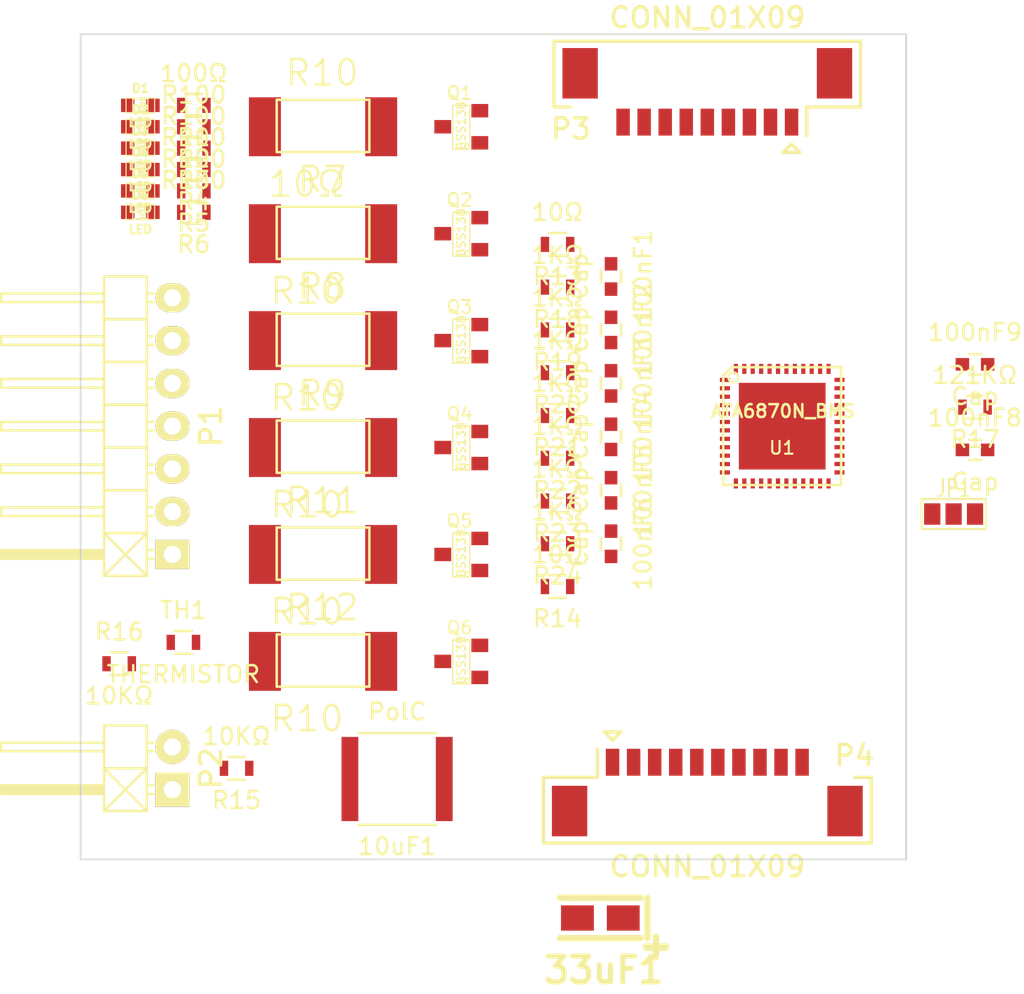
<source format=kicad_pcb>
(kicad_pcb (version 4) (host pcbnew "(2014-09-19 BZR 5142)-product")

  (general
    (links 119)
    (no_connects 119)
    (area 165.949999 104.949999 215.050001 154.050001)
    (thickness 1.6)
    (drawings 4)
    (tracks 0)
    (zones 0)
    (modules 53)
    (nets 57)
  )

  (page USLedger)
  (title_block
    (title "BMS slave Prototype")
    (rev 1)
  )

  (layers
    (0 F.Cu signal)
    (31 B.Cu signal)
    (32 B.Adhes user)
    (33 F.Adhes user)
    (34 B.Paste user)
    (35 F.Paste user)
    (36 B.SilkS user)
    (37 F.SilkS user)
    (38 B.Mask user)
    (39 F.Mask user)
    (40 Dwgs.User user)
    (41 Cmts.User user)
    (42 Eco1.User user)
    (43 Eco2.User user)
    (44 Edge.Cuts user)
    (45 Margin user)
    (46 B.CrtYd user)
    (47 F.CrtYd user)
    (48 B.Fab user)
    (49 F.Fab user)
  )

  (setup
    (last_trace_width 0.254)
    (trace_clearance 0.254)
    (zone_clearance 0.508)
    (zone_45_only no)
    (trace_min 0.254)
    (segment_width 0.2)
    (edge_width 0.1)
    (via_size 0.889)
    (via_drill 0.635)
    (via_min_size 0.889)
    (via_min_drill 0.508)
    (uvia_size 0.508)
    (uvia_drill 0.127)
    (uvias_allowed no)
    (uvia_min_size 0.508)
    (uvia_min_drill 0.127)
    (pcb_text_width 0.3)
    (pcb_text_size 1.5 1.5)
    (mod_edge_width 0.15)
    (mod_text_size 1 1)
    (mod_text_width 0.15)
    (pad_size 1.5 1.5)
    (pad_drill 0.6)
    (pad_to_mask_clearance 0)
    (aux_axis_origin 0 0)
    (visible_elements FFFFFF7F)
    (pcbplotparams
      (layerselection 0x00030_80000001)
      (usegerberextensions false)
      (excludeedgelayer true)
      (linewidth 0.100000)
      (plotframeref false)
      (viasonmask false)
      (mode 1)
      (useauxorigin false)
      (hpglpennumber 1)
      (hpglpenspeed 20)
      (hpglpendiameter 15)
      (hpglpenoverlay 2)
      (psnegative false)
      (psa4output false)
      (plotreference true)
      (plotvalue true)
      (plotinvisibletext false)
      (padsonsilk false)
      (subtractmaskfromsilk false)
      (outputformat 1)
      (mirror false)
      (drillshape 1)
      (scaleselection 1)
      (outputdirectory ""))
  )

  (net 0 "")
  (net 1 +BATT)
  (net 2 GND)
  (net 3 +3.3V)
  (net 4 "Net-(100nF1-Pad1)")
  (net 5 "Net-(100nF1-Pad2)")
  (net 6 "Net-(100nF2-Pad2)")
  (net 7 "Net-(100nF3-Pad2)")
  (net 8 "Net-(100nF4-Pad2)")
  (net 9 "Net-(100nF5-Pad2)")
  (net 10 "Net-(100nF8-Pad1)")
  (net 11 "Net-(D1-Pad1)")
  (net 12 "Net-(D1-Pad2)")
  (net 13 "Net-(D2-Pad1)")
  (net 14 "Net-(D2-Pad2)")
  (net 15 "Net-(D3-Pad1)")
  (net 16 "Net-(D3-Pad2)")
  (net 17 "Net-(D4-Pad1)")
  (net 18 "Net-(D4-Pad2)")
  (net 19 "Net-(D5-Pad1)")
  (net 20 "Net-(D5-Pad2)")
  (net 21 "Net-(D6-Pad1)")
  (net 22 "Net-(D6-Pad2)")
  (net 23 "Net-(JP1-Pad2)")
  (net 24 "Net-(P1-Pad1)")
  (net 25 "Net-(P2-Pad2)")
  (net 26 "Net-(P3-Pad1)")
  (net 27 "Net-(P3-Pad2)")
  (net 28 "Net-(P3-Pad3)")
  (net 29 "Net-(P3-Pad4)")
  (net 30 "Net-(P3-Pad5)")
  (net 31 "Net-(P3-Pad6)")
  (net 32 "Net-(P3-Pad7)")
  (net 33 "Net-(P3-Pad8)")
  (net 34 "Net-(P4-Pad4)")
  (net 35 "Net-(P4-Pad5)")
  (net 36 "Net-(P4-Pad6)")
  (net 37 "Net-(P4-Pad7)")
  (net 38 "Net-(P4-Pad8)")
  (net 39 "Net-(P4-Pad9)")
  (net 40 "Net-(R15-Pad1)")
  (net 41 "Net-(R16-Pad2)")
  (net 42 "Net-(R17-Pad2)")
  (net 43 "Net-(100nF6-Pad2)")
  (net 44 /DISCH6)
  (net 45 /DISCH5)
  (net 46 /DISCH4)
  (net 47 /DISCH3)
  (net 48 /DISCH2)
  (net 49 /DISCH1)
  (net 50 "Net-(Q1-Pad3)")
  (net 51 "Net-(Q2-Pad3)")
  (net 52 "Net-(Q3-Pad3)")
  (net 53 "Net-(Q4-Pad3)")
  (net 54 "Net-(Q5-Pad3)")
  (net 55 "Net-(Q6-Pad3)")
  (net 56 "Net-(P4-Pad3)")

  (net_class Default "This is the default net class."
    (clearance 0.254)
    (trace_width 0.254)
    (via_dia 0.889)
    (via_drill 0.635)
    (uvia_dia 0.508)
    (uvia_drill 0.127)
    (add_net +3.3V)
    (add_net +BATT)
    (add_net /DISCH1)
    (add_net /DISCH2)
    (add_net /DISCH3)
    (add_net /DISCH4)
    (add_net /DISCH5)
    (add_net /DISCH6)
    (add_net GND)
    (add_net "Net-(100nF1-Pad1)")
    (add_net "Net-(100nF1-Pad2)")
    (add_net "Net-(100nF2-Pad2)")
    (add_net "Net-(100nF3-Pad2)")
    (add_net "Net-(100nF4-Pad2)")
    (add_net "Net-(100nF5-Pad2)")
    (add_net "Net-(100nF6-Pad2)")
    (add_net "Net-(100nF8-Pad1)")
    (add_net "Net-(D1-Pad1)")
    (add_net "Net-(D1-Pad2)")
    (add_net "Net-(D2-Pad1)")
    (add_net "Net-(D2-Pad2)")
    (add_net "Net-(D3-Pad1)")
    (add_net "Net-(D3-Pad2)")
    (add_net "Net-(D4-Pad1)")
    (add_net "Net-(D4-Pad2)")
    (add_net "Net-(D5-Pad1)")
    (add_net "Net-(D5-Pad2)")
    (add_net "Net-(D6-Pad1)")
    (add_net "Net-(D6-Pad2)")
    (add_net "Net-(JP1-Pad2)")
    (add_net "Net-(P1-Pad1)")
    (add_net "Net-(P2-Pad2)")
    (add_net "Net-(P3-Pad1)")
    (add_net "Net-(P3-Pad2)")
    (add_net "Net-(P3-Pad3)")
    (add_net "Net-(P3-Pad4)")
    (add_net "Net-(P3-Pad5)")
    (add_net "Net-(P3-Pad6)")
    (add_net "Net-(P3-Pad7)")
    (add_net "Net-(P3-Pad8)")
    (add_net "Net-(P4-Pad3)")
    (add_net "Net-(P4-Pad4)")
    (add_net "Net-(P4-Pad5)")
    (add_net "Net-(P4-Pad6)")
    (add_net "Net-(P4-Pad7)")
    (add_net "Net-(P4-Pad8)")
    (add_net "Net-(P4-Pad9)")
    (add_net "Net-(Q1-Pad3)")
    (add_net "Net-(Q2-Pad3)")
    (add_net "Net-(Q3-Pad3)")
    (add_net "Net-(Q4-Pad3)")
    (add_net "Net-(Q5-Pad3)")
    (add_net "Net-(Q6-Pad3)")
    (add_net "Net-(R15-Pad1)")
    (add_net "Net-(R16-Pad2)")
    (add_net "Net-(R17-Pad2)")
  )

  (module Capacitors_SMD:C_2220 (layer F.Cu) (tedit 5415D95B) (tstamp 54262A43)
    (at 184.785 149.225 180)
    (descr "Capacitor SMD 2220, reflow soldering, AVX (see smccp.pdf)")
    (tags "capacitor 2220")
    (path /5425B3F6)
    (attr smd)
    (fp_text reference 10uF1 (at 0 -4 180) (layer F.SilkS)
      (effects (font (size 1 1) (thickness 0.15)))
    )
    (fp_text value PolC (at 0 4 180) (layer F.SilkS)
      (effects (font (size 1 1) (thickness 0.15)))
    )
    (fp_line (start 2.3 -2.725) (end -2.3 -2.725) (layer F.SilkS) (width 0.15))
    (fp_line (start -2.3 2.725) (end 2.3 2.725) (layer F.SilkS) (width 0.15))
    (pad 1 smd rect (at -2.8 0 180) (size 1 5) (layers F.Cu F.Paste F.Mask)
      (net 1 +BATT))
    (pad 2 smd rect (at 2.8 0 180) (size 1 5) (layers F.Cu F.Paste F.Mask)
      (net 2 GND))
    (model Capacitors_SMD/C_2220Y.wrl
      (at (xyz 0 0 0))
      (scale (xyz 1 1 1))
      (rotate (xyz 0 0 0))
    )
  )

  (module Capacitors_Tantalum_SMD:TantalC_SizeA_EIA-3216_Reflow (layer F.Cu) (tedit 54250787) (tstamp 54262AFC)
    (at 196.85 157.48 180)
    (descr "Tantal Cap. , Size A, EIA-3216, Reflow,")
    (tags "Tantal Cap. , Size A, EIA-3216, reflow,")
    (path /5426A451)
    (attr smd)
    (fp_text reference 33uF1 (at -0.20066 -3.0988 180) (layer F.SilkS)
      (effects (font (thickness 0.3048)))
    )
    (fp_text value PolC (at -0.09906 3.0988 180) (layer F.SilkS) hide
      (effects (font (thickness 0.3048)))
    )
    (fp_text user + (at -3.29946 -1.69926 180) (layer F.SilkS)
      (effects (font (thickness 0.3048)))
    )
    (fp_line (start 1.6002 -1.19888) (end 2.4003 -1.19888) (layer F.SilkS) (width 0.381))
    (fp_line (start -1.6002 -1.19888) (end -2.4003 -1.19888) (layer F.SilkS) (width 0.381))
    (fp_line (start -1.6002 1.19888) (end -2.4003 1.19888) (layer F.SilkS) (width 0.381))
    (fp_line (start 1.6002 1.19888) (end 2.4003 1.19888) (layer F.SilkS) (width 0.381))
    (fp_line (start -3.29946 -2.19964) (end -3.29946 -1.09982) (layer F.SilkS) (width 0.381))
    (fp_line (start -3.8989 -1.69926) (end -2.70002 -1.69926) (layer F.SilkS) (width 0.381))
    (fp_line (start -2.79908 -1.19888) (end -2.79908 1.19888) (layer F.SilkS) (width 0.381))
    (fp_line (start 1.6002 -1.19888) (end -1.6002 -1.19888) (layer F.SilkS) (width 0.381))
    (fp_line (start 1.6002 1.19888) (end -1.6002 1.19888) (layer F.SilkS) (width 0.381))
    (pad 2 smd rect (at 1.3589 0 180) (size 1.95072 1.50114) (layers F.Cu F.Paste F.Mask)
      (net 2 GND))
    (pad 1 smd rect (at -1.3589 0 180) (size 1.95072 1.50114) (layers F.Cu F.Paste F.Mask)
      (net 3 +3.3V))
  )

  (module Capacitors_SMD:C_0603 (layer F.Cu) (tedit 5415D631) (tstamp 54262AEB)
    (at 197.485 119.38 270)
    (descr "Capacitor SMD 0603, reflow soldering, AVX (see smccp.pdf), AVX (see smccp.pdf)")
    (tags "capacitor 0603")
    (path /5425017E)
    (attr smd)
    (fp_text reference 100nF1 (at 0 -1.9 270) (layer F.SilkS)
      (effects (font (size 1 1) (thickness 0.15)))
    )
    (fp_text value Cap (at 0 1.9 270) (layer F.SilkS)
      (effects (font (size 1 1) (thickness 0.15)))
    )
    (fp_line (start -0.35 -0.6) (end 0.35 -0.6) (layer F.SilkS) (width 0.15))
    (fp_line (start 0.35 0.6) (end -0.35 0.6) (layer F.SilkS) (width 0.15))
    (pad 1 smd rect (at -0.75 0 270) (size 0.8 0.75) (layers F.Cu F.Paste F.Mask)
      (net 4 "Net-(100nF1-Pad1)"))
    (pad 2 smd rect (at 0.75 0 270) (size 0.8 0.75) (layers F.Cu F.Paste F.Mask)
      (net 5 "Net-(100nF1-Pad2)"))
    (model Capacitors_SMD/C_0603J.wrl
      (at (xyz 0 0 0))
      (scale (xyz 1 1 1))
      (rotate (xyz 0 0 0))
    )
  )

  (module Capacitors_SMD:C_0603 (layer F.Cu) (tedit 5415D631) (tstamp 54262AE2)
    (at 197.485 122.555 270)
    (descr "Capacitor SMD 0603, reflow soldering, AVX (see smccp.pdf), AVX (see smccp.pdf)")
    (tags "capacitor 0603")
    (path /54250229)
    (attr smd)
    (fp_text reference 100nF2 (at 0 -1.9 270) (layer F.SilkS)
      (effects (font (size 1 1) (thickness 0.15)))
    )
    (fp_text value Cap (at 0 1.9 270) (layer F.SilkS)
      (effects (font (size 1 1) (thickness 0.15)))
    )
    (fp_line (start -0.35 -0.6) (end 0.35 -0.6) (layer F.SilkS) (width 0.15))
    (fp_line (start 0.35 0.6) (end -0.35 0.6) (layer F.SilkS) (width 0.15))
    (pad 1 smd rect (at -0.75 0 270) (size 0.8 0.75) (layers F.Cu F.Paste F.Mask)
      (net 5 "Net-(100nF1-Pad2)"))
    (pad 2 smd rect (at 0.75 0 270) (size 0.8 0.75) (layers F.Cu F.Paste F.Mask)
      (net 6 "Net-(100nF2-Pad2)"))
    (model Capacitors_SMD/C_0603J.wrl
      (at (xyz 0 0 0))
      (scale (xyz 1 1 1))
      (rotate (xyz 0 0 0))
    )
  )

  (module Capacitors_SMD:C_0603 (layer F.Cu) (tedit 5415D631) (tstamp 54262AD9)
    (at 197.485 125.73 270)
    (descr "Capacitor SMD 0603, reflow soldering, AVX (see smccp.pdf), AVX (see smccp.pdf)")
    (tags "capacitor 0603")
    (path /5425B775)
    (attr smd)
    (fp_text reference 100nF3 (at 0 -1.9 270) (layer F.SilkS)
      (effects (font (size 1 1) (thickness 0.15)))
    )
    (fp_text value Cap (at 0 1.9 270) (layer F.SilkS)
      (effects (font (size 1 1) (thickness 0.15)))
    )
    (fp_line (start -0.35 -0.6) (end 0.35 -0.6) (layer F.SilkS) (width 0.15))
    (fp_line (start 0.35 0.6) (end -0.35 0.6) (layer F.SilkS) (width 0.15))
    (pad 1 smd rect (at -0.75 0 270) (size 0.8 0.75) (layers F.Cu F.Paste F.Mask)
      (net 6 "Net-(100nF2-Pad2)"))
    (pad 2 smd rect (at 0.75 0 270) (size 0.8 0.75) (layers F.Cu F.Paste F.Mask)
      (net 7 "Net-(100nF3-Pad2)"))
    (model Capacitors_SMD/C_0603J.wrl
      (at (xyz 0 0 0))
      (scale (xyz 1 1 1))
      (rotate (xyz 0 0 0))
    )
  )

  (module Capacitors_SMD:C_0603 (layer F.Cu) (tedit 5415D631) (tstamp 54262AD0)
    (at 197.485 128.905 270)
    (descr "Capacitor SMD 0603, reflow soldering, AVX (see smccp.pdf), AVX (see smccp.pdf)")
    (tags "capacitor 0603")
    (path /5425373F)
    (attr smd)
    (fp_text reference 100nF4 (at 0 -1.9 270) (layer F.SilkS)
      (effects (font (size 1 1) (thickness 0.15)))
    )
    (fp_text value Cap (at 0 1.9 270) (layer F.SilkS)
      (effects (font (size 1 1) (thickness 0.15)))
    )
    (fp_line (start -0.35 -0.6) (end 0.35 -0.6) (layer F.SilkS) (width 0.15))
    (fp_line (start 0.35 0.6) (end -0.35 0.6) (layer F.SilkS) (width 0.15))
    (pad 1 smd rect (at -0.75 0 270) (size 0.8 0.75) (layers F.Cu F.Paste F.Mask)
      (net 7 "Net-(100nF3-Pad2)"))
    (pad 2 smd rect (at 0.75 0 270) (size 0.8 0.75) (layers F.Cu F.Paste F.Mask)
      (net 8 "Net-(100nF4-Pad2)"))
    (model Capacitors_SMD/C_0603J.wrl
      (at (xyz 0 0 0))
      (scale (xyz 1 1 1))
      (rotate (xyz 0 0 0))
    )
  )

  (module Capacitors_SMD:C_0603 (layer F.Cu) (tedit 5415D631) (tstamp 54262AC7)
    (at 197.485 132.08 270)
    (descr "Capacitor SMD 0603, reflow soldering, AVX (see smccp.pdf), AVX (see smccp.pdf)")
    (tags "capacitor 0603")
    (path /54253CD6)
    (attr smd)
    (fp_text reference 100nF5 (at 0 -1.9 270) (layer F.SilkS)
      (effects (font (size 1 1) (thickness 0.15)))
    )
    (fp_text value Cap (at 0 1.9 270) (layer F.SilkS)
      (effects (font (size 1 1) (thickness 0.15)))
    )
    (fp_line (start -0.35 -0.6) (end 0.35 -0.6) (layer F.SilkS) (width 0.15))
    (fp_line (start 0.35 0.6) (end -0.35 0.6) (layer F.SilkS) (width 0.15))
    (pad 1 smd rect (at -0.75 0 270) (size 0.8 0.75) (layers F.Cu F.Paste F.Mask)
      (net 8 "Net-(100nF4-Pad2)"))
    (pad 2 smd rect (at 0.75 0 270) (size 0.8 0.75) (layers F.Cu F.Paste F.Mask)
      (net 9 "Net-(100nF5-Pad2)"))
    (model Capacitors_SMD/C_0603J.wrl
      (at (xyz 0 0 0))
      (scale (xyz 1 1 1))
      (rotate (xyz 0 0 0))
    )
  )

  (module Capacitors_SMD:C_0603 (layer F.Cu) (tedit 5415D631) (tstamp 54262ABE)
    (at 197.485 135.255 270)
    (descr "Capacitor SMD 0603, reflow soldering, AVX (see smccp.pdf), AVX (see smccp.pdf)")
    (tags "capacitor 0603")
    (path /54253FA8)
    (attr smd)
    (fp_text reference 100nF6 (at 0 -1.9 270) (layer F.SilkS)
      (effects (font (size 1 1) (thickness 0.15)))
    )
    (fp_text value Cap (at 0 1.9 270) (layer F.SilkS)
      (effects (font (size 1 1) (thickness 0.15)))
    )
    (fp_line (start -0.35 -0.6) (end 0.35 -0.6) (layer F.SilkS) (width 0.15))
    (fp_line (start 0.35 0.6) (end -0.35 0.6) (layer F.SilkS) (width 0.15))
    (pad 1 smd rect (at -0.75 0 270) (size 0.8 0.75) (layers F.Cu F.Paste F.Mask)
      (net 9 "Net-(100nF5-Pad2)"))
    (pad 2 smd rect (at 0.75 0 270) (size 0.8 0.75) (layers F.Cu F.Paste F.Mask)
      (net 43 "Net-(100nF6-Pad2)"))
    (model Capacitors_SMD/C_0603J.wrl
      (at (xyz 0 0 0))
      (scale (xyz 1 1 1))
      (rotate (xyz 0 0 0))
    )
  )

  (module Capacitors_SMD:C_0603 (layer F.Cu) (tedit 5415D631) (tstamp 54262AAC)
    (at 219.09 129.68)
    (descr "Capacitor SMD 0603, reflow soldering, AVX (see smccp.pdf), AVX (see smccp.pdf)")
    (tags "capacitor 0603")
    (path /5425D822)
    (attr smd)
    (fp_text reference 100nF8 (at 0 -1.9) (layer F.SilkS)
      (effects (font (size 1 1) (thickness 0.15)))
    )
    (fp_text value Cap (at 0 1.9) (layer F.SilkS)
      (effects (font (size 1 1) (thickness 0.15)))
    )
    (fp_line (start -0.35 -0.6) (end 0.35 -0.6) (layer F.SilkS) (width 0.15))
    (fp_line (start 0.35 0.6) (end -0.35 0.6) (layer F.SilkS) (width 0.15))
    (pad 1 smd rect (at -0.75 0) (size 0.8 0.75) (layers F.Cu F.Paste F.Mask)
      (net 10 "Net-(100nF8-Pad1)"))
    (pad 2 smd rect (at 0.75 0) (size 0.8 0.75) (layers F.Cu F.Paste F.Mask)
      (net 2 GND))
    (model Capacitors_SMD/C_0603J.wrl
      (at (xyz 0 0 0))
      (scale (xyz 1 1 1))
      (rotate (xyz 0 0 0))
    )
  )

  (module Capacitors_SMD:C_0603 (layer F.Cu) (tedit 5415D631) (tstamp 54262AA3)
    (at 219.09 124.6)
    (descr "Capacitor SMD 0603, reflow soldering, AVX (see smccp.pdf), AVX (see smccp.pdf)")
    (tags "capacitor 0603")
    (path /5425B34F)
    (attr smd)
    (fp_text reference 100nF9 (at 0 -1.9) (layer F.SilkS)
      (effects (font (size 1 1) (thickness 0.15)))
    )
    (fp_text value Cap (at 0 1.9) (layer F.SilkS)
      (effects (font (size 1 1) (thickness 0.15)))
    )
    (fp_line (start -0.35 -0.6) (end 0.35 -0.6) (layer F.SilkS) (width 0.15))
    (fp_line (start 0.35 0.6) (end -0.35 0.6) (layer F.SilkS) (width 0.15))
    (pad 1 smd rect (at -0.75 0) (size 0.8 0.75) (layers F.Cu F.Paste F.Mask)
      (net 3 +3.3V))
    (pad 2 smd rect (at 0.75 0) (size 0.8 0.75) (layers F.Cu F.Paste F.Mask)
      (net 2 GND))
    (model Capacitors_SMD/C_0603J.wrl
      (at (xyz 0 0 0))
      (scale (xyz 1 1 1))
      (rotate (xyz 0 0 0))
    )
  )

  (module LEDs:LED-0603 (layer F.Cu) (tedit 54250787) (tstamp 54262A9A)
    (at 169.545 109.22)
    (descr "LED 0603 smd package")
    (tags "LED led 0603 SMD smd SMT smt smdled SMDLED smtled SMTLED")
    (path /54154E07)
    (attr smd)
    (fp_text reference D1 (at 0 -1.016) (layer F.SilkS)
      (effects (font (size 0.508 0.508) (thickness 0.127)))
    )
    (fp_text value LED (at 0 1.016) (layer F.SilkS)
      (effects (font (size 0.508 0.508) (thickness 0.127)))
    )
    (fp_line (start 0.44958 -0.44958) (end 0.44958 0.44958) (layer F.SilkS) (width 0.06604))
    (fp_line (start 0.44958 0.44958) (end 0.84836 0.44958) (layer F.SilkS) (width 0.06604))
    (fp_line (start 0.84836 -0.44958) (end 0.84836 0.44958) (layer F.SilkS) (width 0.06604))
    (fp_line (start 0.44958 -0.44958) (end 0.84836 -0.44958) (layer F.SilkS) (width 0.06604))
    (fp_line (start -0.84836 -0.44958) (end -0.84836 0.44958) (layer F.SilkS) (width 0.06604))
    (fp_line (start -0.84836 0.44958) (end -0.44958 0.44958) (layer F.SilkS) (width 0.06604))
    (fp_line (start -0.44958 -0.44958) (end -0.44958 0.44958) (layer F.SilkS) (width 0.06604))
    (fp_line (start -0.84836 -0.44958) (end -0.44958 -0.44958) (layer F.SilkS) (width 0.06604))
    (fp_line (start 0 -0.44958) (end 0 -0.29972) (layer F.SilkS) (width 0.06604))
    (fp_line (start 0 -0.29972) (end 0.29972 -0.29972) (layer F.SilkS) (width 0.06604))
    (fp_line (start 0.29972 -0.44958) (end 0.29972 -0.29972) (layer F.SilkS) (width 0.06604))
    (fp_line (start 0 -0.44958) (end 0.29972 -0.44958) (layer F.SilkS) (width 0.06604))
    (fp_line (start 0 0.29972) (end 0 0.44958) (layer F.SilkS) (width 0.06604))
    (fp_line (start 0 0.44958) (end 0.29972 0.44958) (layer F.SilkS) (width 0.06604))
    (fp_line (start 0.29972 0.29972) (end 0.29972 0.44958) (layer F.SilkS) (width 0.06604))
    (fp_line (start 0 0.29972) (end 0.29972 0.29972) (layer F.SilkS) (width 0.06604))
    (fp_line (start 0 -0.14986) (end 0 0.14986) (layer F.SilkS) (width 0.06604))
    (fp_line (start 0 0.14986) (end 0.29972 0.14986) (layer F.SilkS) (width 0.06604))
    (fp_line (start 0.29972 -0.14986) (end 0.29972 0.14986) (layer F.SilkS) (width 0.06604))
    (fp_line (start 0 -0.14986) (end 0.29972 -0.14986) (layer F.SilkS) (width 0.06604))
    (fp_line (start 0.44958 -0.39878) (end -0.44958 -0.39878) (layer F.SilkS) (width 0.1016))
    (fp_line (start 0.44958 0.39878) (end -0.44958 0.39878) (layer F.SilkS) (width 0.1016))
    (pad 1 smd rect (at -0.7493 0) (size 0.79756 0.79756) (layers F.Cu F.Paste F.Mask)
      (net 11 "Net-(D1-Pad1)"))
    (pad 2 smd rect (at 0.7493 0) (size 0.79756 0.79756) (layers F.Cu F.Paste F.Mask)
      (net 12 "Net-(D1-Pad2)"))
  )

  (module LEDs:LED-0603 (layer F.Cu) (tedit 54250787) (tstamp 54262A7D)
    (at 169.545 110.49)
    (descr "LED 0603 smd package")
    (tags "LED led 0603 SMD smd SMT smt smdled SMDLED smtled SMTLED")
    (path /542382C4)
    (attr smd)
    (fp_text reference D2 (at 0 -1.016) (layer F.SilkS)
      (effects (font (size 0.508 0.508) (thickness 0.127)))
    )
    (fp_text value LED (at 0 1.016) (layer F.SilkS)
      (effects (font (size 0.508 0.508) (thickness 0.127)))
    )
    (fp_line (start 0.44958 -0.44958) (end 0.44958 0.44958) (layer F.SilkS) (width 0.06604))
    (fp_line (start 0.44958 0.44958) (end 0.84836 0.44958) (layer F.SilkS) (width 0.06604))
    (fp_line (start 0.84836 -0.44958) (end 0.84836 0.44958) (layer F.SilkS) (width 0.06604))
    (fp_line (start 0.44958 -0.44958) (end 0.84836 -0.44958) (layer F.SilkS) (width 0.06604))
    (fp_line (start -0.84836 -0.44958) (end -0.84836 0.44958) (layer F.SilkS) (width 0.06604))
    (fp_line (start -0.84836 0.44958) (end -0.44958 0.44958) (layer F.SilkS) (width 0.06604))
    (fp_line (start -0.44958 -0.44958) (end -0.44958 0.44958) (layer F.SilkS) (width 0.06604))
    (fp_line (start -0.84836 -0.44958) (end -0.44958 -0.44958) (layer F.SilkS) (width 0.06604))
    (fp_line (start 0 -0.44958) (end 0 -0.29972) (layer F.SilkS) (width 0.06604))
    (fp_line (start 0 -0.29972) (end 0.29972 -0.29972) (layer F.SilkS) (width 0.06604))
    (fp_line (start 0.29972 -0.44958) (end 0.29972 -0.29972) (layer F.SilkS) (width 0.06604))
    (fp_line (start 0 -0.44958) (end 0.29972 -0.44958) (layer F.SilkS) (width 0.06604))
    (fp_line (start 0 0.29972) (end 0 0.44958) (layer F.SilkS) (width 0.06604))
    (fp_line (start 0 0.44958) (end 0.29972 0.44958) (layer F.SilkS) (width 0.06604))
    (fp_line (start 0.29972 0.29972) (end 0.29972 0.44958) (layer F.SilkS) (width 0.06604))
    (fp_line (start 0 0.29972) (end 0.29972 0.29972) (layer F.SilkS) (width 0.06604))
    (fp_line (start 0 -0.14986) (end 0 0.14986) (layer F.SilkS) (width 0.06604))
    (fp_line (start 0 0.14986) (end 0.29972 0.14986) (layer F.SilkS) (width 0.06604))
    (fp_line (start 0.29972 -0.14986) (end 0.29972 0.14986) (layer F.SilkS) (width 0.06604))
    (fp_line (start 0 -0.14986) (end 0.29972 -0.14986) (layer F.SilkS) (width 0.06604))
    (fp_line (start 0.44958 -0.39878) (end -0.44958 -0.39878) (layer F.SilkS) (width 0.1016))
    (fp_line (start 0.44958 0.39878) (end -0.44958 0.39878) (layer F.SilkS) (width 0.1016))
    (pad 1 smd rect (at -0.7493 0) (size 0.79756 0.79756) (layers F.Cu F.Paste F.Mask)
      (net 13 "Net-(D2-Pad1)"))
    (pad 2 smd rect (at 0.7493 0) (size 0.79756 0.79756) (layers F.Cu F.Paste F.Mask)
      (net 14 "Net-(D2-Pad2)"))
  )

  (module LEDs:LED-0603 (layer F.Cu) (tedit 54250787) (tstamp 54262A60)
    (at 169.545 111.76)
    (descr "LED 0603 smd package")
    (tags "LED led 0603 SMD smd SMT smt smdled SMDLED smtled SMTLED")
    (path /54238784)
    (attr smd)
    (fp_text reference D3 (at 0 -1.016) (layer F.SilkS)
      (effects (font (size 0.508 0.508) (thickness 0.127)))
    )
    (fp_text value LED (at 0 1.016) (layer F.SilkS)
      (effects (font (size 0.508 0.508) (thickness 0.127)))
    )
    (fp_line (start 0.44958 -0.44958) (end 0.44958 0.44958) (layer F.SilkS) (width 0.06604))
    (fp_line (start 0.44958 0.44958) (end 0.84836 0.44958) (layer F.SilkS) (width 0.06604))
    (fp_line (start 0.84836 -0.44958) (end 0.84836 0.44958) (layer F.SilkS) (width 0.06604))
    (fp_line (start 0.44958 -0.44958) (end 0.84836 -0.44958) (layer F.SilkS) (width 0.06604))
    (fp_line (start -0.84836 -0.44958) (end -0.84836 0.44958) (layer F.SilkS) (width 0.06604))
    (fp_line (start -0.84836 0.44958) (end -0.44958 0.44958) (layer F.SilkS) (width 0.06604))
    (fp_line (start -0.44958 -0.44958) (end -0.44958 0.44958) (layer F.SilkS) (width 0.06604))
    (fp_line (start -0.84836 -0.44958) (end -0.44958 -0.44958) (layer F.SilkS) (width 0.06604))
    (fp_line (start 0 -0.44958) (end 0 -0.29972) (layer F.SilkS) (width 0.06604))
    (fp_line (start 0 -0.29972) (end 0.29972 -0.29972) (layer F.SilkS) (width 0.06604))
    (fp_line (start 0.29972 -0.44958) (end 0.29972 -0.29972) (layer F.SilkS) (width 0.06604))
    (fp_line (start 0 -0.44958) (end 0.29972 -0.44958) (layer F.SilkS) (width 0.06604))
    (fp_line (start 0 0.29972) (end 0 0.44958) (layer F.SilkS) (width 0.06604))
    (fp_line (start 0 0.44958) (end 0.29972 0.44958) (layer F.SilkS) (width 0.06604))
    (fp_line (start 0.29972 0.29972) (end 0.29972 0.44958) (layer F.SilkS) (width 0.06604))
    (fp_line (start 0 0.29972) (end 0.29972 0.29972) (layer F.SilkS) (width 0.06604))
    (fp_line (start 0 -0.14986) (end 0 0.14986) (layer F.SilkS) (width 0.06604))
    (fp_line (start 0 0.14986) (end 0.29972 0.14986) (layer F.SilkS) (width 0.06604))
    (fp_line (start 0.29972 -0.14986) (end 0.29972 0.14986) (layer F.SilkS) (width 0.06604))
    (fp_line (start 0 -0.14986) (end 0.29972 -0.14986) (layer F.SilkS) (width 0.06604))
    (fp_line (start 0.44958 -0.39878) (end -0.44958 -0.39878) (layer F.SilkS) (width 0.1016))
    (fp_line (start 0.44958 0.39878) (end -0.44958 0.39878) (layer F.SilkS) (width 0.1016))
    (pad 1 smd rect (at -0.7493 0) (size 0.79756 0.79756) (layers F.Cu F.Paste F.Mask)
      (net 15 "Net-(D3-Pad1)"))
    (pad 2 smd rect (at 0.7493 0) (size 0.79756 0.79756) (layers F.Cu F.Paste F.Mask)
      (net 16 "Net-(D3-Pad2)"))
  )

  (module LEDs:LED-0603 (layer F.Cu) (tedit 54250787) (tstamp 54262B19)
    (at 169.545 113.03)
    (descr "LED 0603 smd package")
    (tags "LED led 0603 SMD smd SMT smt smdled SMDLED smtled SMTLED")
    (path /5423904D)
    (attr smd)
    (fp_text reference D4 (at 0 -1.016) (layer F.SilkS)
      (effects (font (size 0.508 0.508) (thickness 0.127)))
    )
    (fp_text value LED (at 0 1.016) (layer F.SilkS)
      (effects (font (size 0.508 0.508) (thickness 0.127)))
    )
    (fp_line (start 0.44958 -0.44958) (end 0.44958 0.44958) (layer F.SilkS) (width 0.06604))
    (fp_line (start 0.44958 0.44958) (end 0.84836 0.44958) (layer F.SilkS) (width 0.06604))
    (fp_line (start 0.84836 -0.44958) (end 0.84836 0.44958) (layer F.SilkS) (width 0.06604))
    (fp_line (start 0.44958 -0.44958) (end 0.84836 -0.44958) (layer F.SilkS) (width 0.06604))
    (fp_line (start -0.84836 -0.44958) (end -0.84836 0.44958) (layer F.SilkS) (width 0.06604))
    (fp_line (start -0.84836 0.44958) (end -0.44958 0.44958) (layer F.SilkS) (width 0.06604))
    (fp_line (start -0.44958 -0.44958) (end -0.44958 0.44958) (layer F.SilkS) (width 0.06604))
    (fp_line (start -0.84836 -0.44958) (end -0.44958 -0.44958) (layer F.SilkS) (width 0.06604))
    (fp_line (start 0 -0.44958) (end 0 -0.29972) (layer F.SilkS) (width 0.06604))
    (fp_line (start 0 -0.29972) (end 0.29972 -0.29972) (layer F.SilkS) (width 0.06604))
    (fp_line (start 0.29972 -0.44958) (end 0.29972 -0.29972) (layer F.SilkS) (width 0.06604))
    (fp_line (start 0 -0.44958) (end 0.29972 -0.44958) (layer F.SilkS) (width 0.06604))
    (fp_line (start 0 0.29972) (end 0 0.44958) (layer F.SilkS) (width 0.06604))
    (fp_line (start 0 0.44958) (end 0.29972 0.44958) (layer F.SilkS) (width 0.06604))
    (fp_line (start 0.29972 0.29972) (end 0.29972 0.44958) (layer F.SilkS) (width 0.06604))
    (fp_line (start 0 0.29972) (end 0.29972 0.29972) (layer F.SilkS) (width 0.06604))
    (fp_line (start 0 -0.14986) (end 0 0.14986) (layer F.SilkS) (width 0.06604))
    (fp_line (start 0 0.14986) (end 0.29972 0.14986) (layer F.SilkS) (width 0.06604))
    (fp_line (start 0.29972 -0.14986) (end 0.29972 0.14986) (layer F.SilkS) (width 0.06604))
    (fp_line (start 0 -0.14986) (end 0.29972 -0.14986) (layer F.SilkS) (width 0.06604))
    (fp_line (start 0.44958 -0.39878) (end -0.44958 -0.39878) (layer F.SilkS) (width 0.1016))
    (fp_line (start 0.44958 0.39878) (end -0.44958 0.39878) (layer F.SilkS) (width 0.1016))
    (pad 1 smd rect (at -0.7493 0) (size 0.79756 0.79756) (layers F.Cu F.Paste F.Mask)
      (net 17 "Net-(D4-Pad1)"))
    (pad 2 smd rect (at 0.7493 0) (size 0.79756 0.79756) (layers F.Cu F.Paste F.Mask)
      (net 18 "Net-(D4-Pad2)"))
  )

  (module LEDs:LED-0603 (layer F.Cu) (tedit 54250787) (tstamp 54262A3A)
    (at 169.545 114.3)
    (descr "LED 0603 smd package")
    (tags "LED led 0603 SMD smd SMT smt smdled SMDLED smtled SMTLED")
    (path /542395D9)
    (attr smd)
    (fp_text reference D5 (at 0 -1.016) (layer F.SilkS)
      (effects (font (size 0.508 0.508) (thickness 0.127)))
    )
    (fp_text value LED (at 0 1.016) (layer F.SilkS)
      (effects (font (size 0.508 0.508) (thickness 0.127)))
    )
    (fp_line (start 0.44958 -0.44958) (end 0.44958 0.44958) (layer F.SilkS) (width 0.06604))
    (fp_line (start 0.44958 0.44958) (end 0.84836 0.44958) (layer F.SilkS) (width 0.06604))
    (fp_line (start 0.84836 -0.44958) (end 0.84836 0.44958) (layer F.SilkS) (width 0.06604))
    (fp_line (start 0.44958 -0.44958) (end 0.84836 -0.44958) (layer F.SilkS) (width 0.06604))
    (fp_line (start -0.84836 -0.44958) (end -0.84836 0.44958) (layer F.SilkS) (width 0.06604))
    (fp_line (start -0.84836 0.44958) (end -0.44958 0.44958) (layer F.SilkS) (width 0.06604))
    (fp_line (start -0.44958 -0.44958) (end -0.44958 0.44958) (layer F.SilkS) (width 0.06604))
    (fp_line (start -0.84836 -0.44958) (end -0.44958 -0.44958) (layer F.SilkS) (width 0.06604))
    (fp_line (start 0 -0.44958) (end 0 -0.29972) (layer F.SilkS) (width 0.06604))
    (fp_line (start 0 -0.29972) (end 0.29972 -0.29972) (layer F.SilkS) (width 0.06604))
    (fp_line (start 0.29972 -0.44958) (end 0.29972 -0.29972) (layer F.SilkS) (width 0.06604))
    (fp_line (start 0 -0.44958) (end 0.29972 -0.44958) (layer F.SilkS) (width 0.06604))
    (fp_line (start 0 0.29972) (end 0 0.44958) (layer F.SilkS) (width 0.06604))
    (fp_line (start 0 0.44958) (end 0.29972 0.44958) (layer F.SilkS) (width 0.06604))
    (fp_line (start 0.29972 0.29972) (end 0.29972 0.44958) (layer F.SilkS) (width 0.06604))
    (fp_line (start 0 0.29972) (end 0.29972 0.29972) (layer F.SilkS) (width 0.06604))
    (fp_line (start 0 -0.14986) (end 0 0.14986) (layer F.SilkS) (width 0.06604))
    (fp_line (start 0 0.14986) (end 0.29972 0.14986) (layer F.SilkS) (width 0.06604))
    (fp_line (start 0.29972 -0.14986) (end 0.29972 0.14986) (layer F.SilkS) (width 0.06604))
    (fp_line (start 0 -0.14986) (end 0.29972 -0.14986) (layer F.SilkS) (width 0.06604))
    (fp_line (start 0.44958 -0.39878) (end -0.44958 -0.39878) (layer F.SilkS) (width 0.1016))
    (fp_line (start 0.44958 0.39878) (end -0.44958 0.39878) (layer F.SilkS) (width 0.1016))
    (pad 1 smd rect (at -0.7493 0) (size 0.79756 0.79756) (layers F.Cu F.Paste F.Mask)
      (net 19 "Net-(D5-Pad1)"))
    (pad 2 smd rect (at 0.7493 0) (size 0.79756 0.79756) (layers F.Cu F.Paste F.Mask)
      (net 20 "Net-(D5-Pad2)"))
  )

  (module LEDs:LED-0603 (layer F.Cu) (tedit 54250787) (tstamp 54262A1D)
    (at 169.545 115.57)
    (descr "LED 0603 smd package")
    (tags "LED led 0603 SMD smd SMT smt smdled SMDLED smtled SMTLED")
    (path /54238D7D)
    (attr smd)
    (fp_text reference D6 (at 0 -1.016) (layer F.SilkS)
      (effects (font (size 0.508 0.508) (thickness 0.127)))
    )
    (fp_text value LED (at 0 1.016) (layer F.SilkS)
      (effects (font (size 0.508 0.508) (thickness 0.127)))
    )
    (fp_line (start 0.44958 -0.44958) (end 0.44958 0.44958) (layer F.SilkS) (width 0.06604))
    (fp_line (start 0.44958 0.44958) (end 0.84836 0.44958) (layer F.SilkS) (width 0.06604))
    (fp_line (start 0.84836 -0.44958) (end 0.84836 0.44958) (layer F.SilkS) (width 0.06604))
    (fp_line (start 0.44958 -0.44958) (end 0.84836 -0.44958) (layer F.SilkS) (width 0.06604))
    (fp_line (start -0.84836 -0.44958) (end -0.84836 0.44958) (layer F.SilkS) (width 0.06604))
    (fp_line (start -0.84836 0.44958) (end -0.44958 0.44958) (layer F.SilkS) (width 0.06604))
    (fp_line (start -0.44958 -0.44958) (end -0.44958 0.44958) (layer F.SilkS) (width 0.06604))
    (fp_line (start -0.84836 -0.44958) (end -0.44958 -0.44958) (layer F.SilkS) (width 0.06604))
    (fp_line (start 0 -0.44958) (end 0 -0.29972) (layer F.SilkS) (width 0.06604))
    (fp_line (start 0 -0.29972) (end 0.29972 -0.29972) (layer F.SilkS) (width 0.06604))
    (fp_line (start 0.29972 -0.44958) (end 0.29972 -0.29972) (layer F.SilkS) (width 0.06604))
    (fp_line (start 0 -0.44958) (end 0.29972 -0.44958) (layer F.SilkS) (width 0.06604))
    (fp_line (start 0 0.29972) (end 0 0.44958) (layer F.SilkS) (width 0.06604))
    (fp_line (start 0 0.44958) (end 0.29972 0.44958) (layer F.SilkS) (width 0.06604))
    (fp_line (start 0.29972 0.29972) (end 0.29972 0.44958) (layer F.SilkS) (width 0.06604))
    (fp_line (start 0 0.29972) (end 0.29972 0.29972) (layer F.SilkS) (width 0.06604))
    (fp_line (start 0 -0.14986) (end 0 0.14986) (layer F.SilkS) (width 0.06604))
    (fp_line (start 0 0.14986) (end 0.29972 0.14986) (layer F.SilkS) (width 0.06604))
    (fp_line (start 0.29972 -0.14986) (end 0.29972 0.14986) (layer F.SilkS) (width 0.06604))
    (fp_line (start 0 -0.14986) (end 0.29972 -0.14986) (layer F.SilkS) (width 0.06604))
    (fp_line (start 0.44958 -0.39878) (end -0.44958 -0.39878) (layer F.SilkS) (width 0.1016))
    (fp_line (start 0.44958 0.39878) (end -0.44958 0.39878) (layer F.SilkS) (width 0.1016))
    (pad 1 smd rect (at -0.7493 0) (size 0.79756 0.79756) (layers F.Cu F.Paste F.Mask)
      (net 21 "Net-(D6-Pad1)"))
    (pad 2 smd rect (at 0.7493 0) (size 0.79756 0.79756) (layers F.Cu F.Paste F.Mask)
      (net 22 "Net-(D6-Pad2)"))
  )

  (module Connect:GS3 (layer F.Cu) (tedit 54250787) (tstamp 54262A00)
    (at 217.82 133.49 90)
    (descr "Pontet Goute de soudure")
    (path /5425FA02)
    (attr virtual)
    (fp_text reference JP1 (at 1.524 0 180) (layer F.SilkS)
      (effects (font (size 1.016 0.762) (thickness 0.127)))
    )
    (fp_text value JUMPER3 (at 1.524 0 180) (layer F.SilkS) hide
      (effects (font (size 0.762 0.762) (thickness 0.127)))
    )
    (fp_line (start -0.889 -1.905) (end -0.889 1.905) (layer F.SilkS) (width 0.127))
    (fp_line (start -0.889 1.905) (end 0.889 1.905) (layer F.SilkS) (width 0.127))
    (fp_line (start 0.889 1.905) (end 0.889 -1.905) (layer F.SilkS) (width 0.127))
    (fp_line (start -0.889 -1.905) (end 0.889 -1.905) (layer F.SilkS) (width 0.127))
    (pad 1 smd rect (at 0 -1.27 90) (size 1.27 0.9652) (layers F.Cu F.Paste F.Mask)
      (net 10 "Net-(100nF8-Pad1)"))
    (pad 2 smd rect (at 0 0 90) (size 1.27 0.9652) (layers F.Cu F.Paste F.Mask)
      (net 23 "Net-(JP1-Pad2)"))
    (pad 3 smd rect (at 0 1.27 90) (size 1.27 0.9652) (layers F.Cu F.Paste F.Mask)
      (net 2 GND))
  )

  (module Pin_Headers:Pin_Header_Angled_1x07 (layer F.Cu) (tedit 54250787) (tstamp 542629F4)
    (at 171.45 128.27 90)
    (descr "Through hole pin header")
    (tags "pin header")
    (path /54235C9F)
    (fp_text reference P1 (at 0 2.286 90) (layer F.SilkS)
      (effects (font (size 1.27 1.27) (thickness 0.2032)))
    )
    (fp_text value CONN_01X07 (at 0 0 90) (layer F.SilkS) hide
      (effects (font (size 1.27 1.27) (thickness 0.2032)))
    )
    (fp_line (start -6.35 -4.064) (end -8.89 -1.524) (layer F.SilkS) (width 0.15))
    (fp_line (start -8.89 -4.064) (end -6.35 -1.524) (layer F.SilkS) (width 0.15))
    (fp_line (start -7.747 -4.191) (end -7.747 -10.033) (layer F.SilkS) (width 0.15))
    (fp_line (start -7.747 -10.033) (end -7.493 -10.033) (layer F.SilkS) (width 0.15))
    (fp_line (start -7.493 -10.033) (end -7.493 -4.191) (layer F.SilkS) (width 0.15))
    (fp_line (start -7.493 -4.191) (end -7.62 -4.191) (layer F.SilkS) (width 0.15))
    (fp_line (start -7.62 -4.191) (end -7.62 -10.033) (layer F.SilkS) (width 0.15))
    (fp_line (start -7.874 -1.524) (end -7.874 -1.143) (layer F.SilkS) (width 0.15))
    (fp_line (start -7.366 -1.524) (end -7.366 -1.143) (layer F.SilkS) (width 0.15))
    (fp_line (start -5.334 -1.524) (end -5.334 -1.143) (layer F.SilkS) (width 0.15))
    (fp_line (start -4.826 -1.524) (end -4.826 -1.143) (layer F.SilkS) (width 0.15))
    (fp_line (start -2.794 -1.524) (end -2.794 -1.143) (layer F.SilkS) (width 0.15))
    (fp_line (start -2.286 -1.524) (end -2.286 -1.143) (layer F.SilkS) (width 0.15))
    (fp_line (start -0.254 -1.524) (end -0.254 -1.143) (layer F.SilkS) (width 0.15))
    (fp_line (start 0.254 -1.524) (end 0.254 -1.143) (layer F.SilkS) (width 0.15))
    (fp_line (start 7.874 -1.524) (end 7.874 -1.143) (layer F.SilkS) (width 0.15))
    (fp_line (start 7.366 -1.524) (end 7.366 -1.143) (layer F.SilkS) (width 0.15))
    (fp_line (start 5.334 -1.524) (end 5.334 -1.143) (layer F.SilkS) (width 0.15))
    (fp_line (start 4.826 -1.524) (end 4.826 -1.143) (layer F.SilkS) (width 0.15))
    (fp_line (start 2.794 -1.524) (end 2.794 -1.143) (layer F.SilkS) (width 0.15))
    (fp_line (start 2.286 -1.524) (end 2.286 -1.143) (layer F.SilkS) (width 0.15))
    (fp_line (start -6.35 -4.064) (end -8.89 -4.064) (layer F.SilkS) (width 0.15))
    (fp_line (start -7.366 -10.16) (end -7.366 -4.064) (layer F.SilkS) (width 0.15))
    (fp_line (start -7.874 -10.16) (end -7.366 -10.16) (layer F.SilkS) (width 0.15))
    (fp_line (start -7.874 -4.064) (end -7.874 -10.16) (layer F.SilkS) (width 0.15))
    (fp_line (start -6.35 -1.524) (end -6.35 -4.064) (layer F.SilkS) (width 0.15))
    (fp_line (start -8.89 -1.524) (end -6.35 -1.524) (layer F.SilkS) (width 0.15))
    (fp_line (start -8.89 -1.524) (end -8.89 -4.064) (layer F.SilkS) (width 0.15))
    (fp_line (start -3.81 -1.524) (end -3.81 -4.064) (layer F.SilkS) (width 0.15))
    (fp_line (start -3.81 -1.524) (end -1.27 -1.524) (layer F.SilkS) (width 0.15))
    (fp_line (start -1.27 -1.524) (end -1.27 -4.064) (layer F.SilkS) (width 0.15))
    (fp_line (start -2.794 -4.064) (end -2.794 -10.16) (layer F.SilkS) (width 0.15))
    (fp_line (start -2.794 -10.16) (end -2.286 -10.16) (layer F.SilkS) (width 0.15))
    (fp_line (start -2.286 -10.16) (end -2.286 -4.064) (layer F.SilkS) (width 0.15))
    (fp_line (start -1.27 -4.064) (end -3.81 -4.064) (layer F.SilkS) (width 0.15))
    (fp_line (start -3.81 -4.064) (end -6.35 -4.064) (layer F.SilkS) (width 0.15))
    (fp_line (start -4.826 -10.16) (end -4.826 -4.064) (layer F.SilkS) (width 0.15))
    (fp_line (start -5.334 -10.16) (end -4.826 -10.16) (layer F.SilkS) (width 0.15))
    (fp_line (start -5.334 -4.064) (end -5.334 -10.16) (layer F.SilkS) (width 0.15))
    (fp_line (start -3.81 -1.524) (end -3.81 -4.064) (layer F.SilkS) (width 0.15))
    (fp_line (start -6.35 -1.524) (end -3.81 -1.524) (layer F.SilkS) (width 0.15))
    (fp_line (start -6.35 -1.524) (end -6.35 -4.064) (layer F.SilkS) (width 0.15))
    (fp_line (start 3.81 -1.524) (end 3.81 -4.064) (layer F.SilkS) (width 0.15))
    (fp_line (start 3.81 -1.524) (end 6.35 -1.524) (layer F.SilkS) (width 0.15))
    (fp_line (start 6.35 -1.524) (end 6.35 -4.064) (layer F.SilkS) (width 0.15))
    (fp_line (start 4.826 -4.064) (end 4.826 -10.16) (layer F.SilkS) (width 0.15))
    (fp_line (start 4.826 -10.16) (end 5.334 -10.16) (layer F.SilkS) (width 0.15))
    (fp_line (start 5.334 -10.16) (end 5.334 -4.064) (layer F.SilkS) (width 0.15))
    (fp_line (start 6.35 -4.064) (end 3.81 -4.064) (layer F.SilkS) (width 0.15))
    (fp_line (start 8.89 -4.064) (end 6.35 -4.064) (layer F.SilkS) (width 0.15))
    (fp_line (start 7.874 -10.16) (end 7.874 -4.064) (layer F.SilkS) (width 0.15))
    (fp_line (start 7.366 -10.16) (end 7.874 -10.16) (layer F.SilkS) (width 0.15))
    (fp_line (start 7.366 -4.064) (end 7.366 -10.16) (layer F.SilkS) (width 0.15))
    (fp_line (start 8.89 -1.524) (end 8.89 -4.064) (layer F.SilkS) (width 0.15))
    (fp_line (start 6.35 -1.524) (end 8.89 -1.524) (layer F.SilkS) (width 0.15))
    (fp_line (start 6.35 -1.524) (end 6.35 -4.064) (layer F.SilkS) (width 0.15))
    (fp_line (start 1.27 -1.524) (end 1.27 -4.064) (layer F.SilkS) (width 0.15))
    (fp_line (start 1.27 -1.524) (end 3.81 -1.524) (layer F.SilkS) (width 0.15))
    (fp_line (start 3.81 -1.524) (end 3.81 -4.064) (layer F.SilkS) (width 0.15))
    (fp_line (start 2.286 -4.064) (end 2.286 -10.16) (layer F.SilkS) (width 0.15))
    (fp_line (start 2.286 -10.16) (end 2.794 -10.16) (layer F.SilkS) (width 0.15))
    (fp_line (start 2.794 -10.16) (end 2.794 -4.064) (layer F.SilkS) (width 0.15))
    (fp_line (start 3.81 -4.064) (end 1.27 -4.064) (layer F.SilkS) (width 0.15))
    (fp_line (start 1.27 -4.064) (end -1.27 -4.064) (layer F.SilkS) (width 0.15))
    (fp_line (start 0.254 -10.16) (end 0.254 -4.064) (layer F.SilkS) (width 0.15))
    (fp_line (start -0.254 -10.16) (end 0.254 -10.16) (layer F.SilkS) (width 0.15))
    (fp_line (start -0.254 -4.064) (end -0.254 -10.16) (layer F.SilkS) (width 0.15))
    (fp_line (start 1.27 -1.524) (end 1.27 -4.064) (layer F.SilkS) (width 0.15))
    (fp_line (start -1.27 -1.524) (end 1.27 -1.524) (layer F.SilkS) (width 0.15))
    (fp_line (start -1.27 -1.524) (end -1.27 -4.064) (layer F.SilkS) (width 0.15))
    (pad 1 thru_hole rect (at -7.62 0 90) (size 1.7272 2.032) (drill 1.016) (layers *.Cu *.Mask F.SilkS)
      (net 24 "Net-(P1-Pad1)"))
    (pad 2 thru_hole oval (at -5.08 0 90) (size 1.7272 2.032) (drill 1.016) (layers *.Cu *.Mask F.SilkS)
      (net 21 "Net-(D6-Pad1)"))
    (pad 3 thru_hole oval (at -2.54 0 90) (size 1.7272 2.032) (drill 1.016) (layers *.Cu *.Mask F.SilkS)
      (net 19 "Net-(D5-Pad1)"))
    (pad 4 thru_hole oval (at 0 0 90) (size 1.7272 2.032) (drill 1.016) (layers *.Cu *.Mask F.SilkS)
      (net 17 "Net-(D4-Pad1)"))
    (pad 5 thru_hole oval (at 2.54 0 90) (size 1.7272 2.032) (drill 1.016) (layers *.Cu *.Mask F.SilkS)
      (net 15 "Net-(D3-Pad1)"))
    (pad 6 thru_hole oval (at 5.08 0 90) (size 1.7272 2.032) (drill 1.016) (layers *.Cu *.Mask F.SilkS)
      (net 13 "Net-(D2-Pad1)"))
    (pad 7 thru_hole oval (at 7.62 0 90) (size 1.7272 2.032) (drill 1.016) (layers *.Cu *.Mask F.SilkS)
      (net 11 "Net-(D1-Pad1)"))
    (model Pin_Headers/Pin_Header_Angled_1x07.wrl
      (at (xyz 0 0 0))
      (scale (xyz 1 1 1))
      (rotate (xyz 0 0 0))
    )
  )

  (module Pin_Headers:Pin_Header_Angled_1x02 (layer F.Cu) (tedit 54250787) (tstamp 542629A2)
    (at 171.45 148.59 90)
    (descr "Through hole pin header")
    (tags "pin header")
    (path /5426052D)
    (fp_text reference P2 (at 0 2.286 90) (layer F.SilkS)
      (effects (font (size 1.27 1.27) (thickness 0.2032)))
    )
    (fp_text value EXT-TMP (at 0 0 90) (layer F.SilkS) hide
      (effects (font (size 1.27 1.27) (thickness 0.2032)))
    )
    (fp_line (start 0 -4.064) (end -2.54 -1.524) (layer F.SilkS) (width 0.15))
    (fp_line (start -2.54 -4.064) (end 0 -1.524) (layer F.SilkS) (width 0.15))
    (fp_line (start -1.397 -4.191) (end -1.397 -10.033) (layer F.SilkS) (width 0.15))
    (fp_line (start -1.397 -10.033) (end -1.143 -10.033) (layer F.SilkS) (width 0.15))
    (fp_line (start -1.143 -10.033) (end -1.143 -4.191) (layer F.SilkS) (width 0.15))
    (fp_line (start -1.143 -4.191) (end -1.27 -4.191) (layer F.SilkS) (width 0.15))
    (fp_line (start -1.27 -4.191) (end -1.27 -10.033) (layer F.SilkS) (width 0.15))
    (fp_line (start -1.524 -1.524) (end -1.524 -1.143) (layer F.SilkS) (width 0.15))
    (fp_line (start -1.016 -1.524) (end -1.016 -1.143) (layer F.SilkS) (width 0.15))
    (fp_line (start 1.016 -1.524) (end 1.016 -1.143) (layer F.SilkS) (width 0.15))
    (fp_line (start 1.524 -1.524) (end 1.524 -1.143) (layer F.SilkS) (width 0.15))
    (fp_line (start -2.54 -1.524) (end -2.54 -4.064) (layer F.SilkS) (width 0.15))
    (fp_line (start 0 -1.524) (end 0 -4.064) (layer F.SilkS) (width 0.15))
    (fp_line (start 0 -1.524) (end 2.54 -1.524) (layer F.SilkS) (width 0.15))
    (fp_line (start 2.54 -1.524) (end 2.54 -4.064) (layer F.SilkS) (width 0.15))
    (fp_line (start 1.016 -4.064) (end 1.016 -10.16) (layer F.SilkS) (width 0.15))
    (fp_line (start 1.016 -10.16) (end 1.524 -10.16) (layer F.SilkS) (width 0.15))
    (fp_line (start 1.524 -10.16) (end 1.524 -4.064) (layer F.SilkS) (width 0.15))
    (fp_line (start 2.54 -4.064) (end 0 -4.064) (layer F.SilkS) (width 0.15))
    (fp_line (start 0 -4.064) (end -2.54 -4.064) (layer F.SilkS) (width 0.15))
    (fp_line (start -1.016 -10.16) (end -1.016 -4.064) (layer F.SilkS) (width 0.15))
    (fp_line (start -1.524 -10.16) (end -1.016 -10.16) (layer F.SilkS) (width 0.15))
    (fp_line (start -1.524 -4.064) (end -1.524 -10.16) (layer F.SilkS) (width 0.15))
    (fp_line (start 0 -1.524) (end 0 -4.064) (layer F.SilkS) (width 0.15))
    (fp_line (start -2.54 -1.524) (end 0 -1.524) (layer F.SilkS) (width 0.15))
    (pad 1 thru_hole rect (at -1.27 0 90) (size 2.032 2.032) (drill 1.016) (layers *.Cu *.Mask F.SilkS)
      (net 2 GND))
    (pad 2 thru_hole oval (at 1.27 0 90) (size 2.032 2.032) (drill 1.016) (layers *.Cu *.Mask F.SilkS)
      (net 25 "Net-(P2-Pad2)"))
    (model Pin_Headers/Pin_Header_Angled_1x02.wrl
      (at (xyz 0 0 0))
      (scale (xyz 1 1 1))
      (rotate (xyz 0 0 0))
    )
  )

  (module Connectors_Molex:Connector_Molex_PicoBlade_53261-0971 (layer F.Cu) (tedit 54250787) (tstamp 54262982)
    (at 203.2 107.315 180)
    (descr "Molex PicoBlade 1.25mm shrouded header. Right-angled, SMD. 9 ways")
    (path /5426BA6F)
    (fp_text reference P3 (at 8.1 -3.3 180) (layer F.SilkS)
      (effects (font (size 1.2 1.2) (thickness 0.2)))
    )
    (fp_text value CONN_01X09 (at 0 3.3 180) (layer F.SilkS)
      (effects (font (size 1.2 1.2) (thickness 0.2)))
    )
    (fp_line (start -5.9 -3.7) (end -5.9 -2) (layer F.SilkS) (width 0.2))
    (fp_line (start -5.9 -2) (end -9.1 -2) (layer F.SilkS) (width 0.2))
    (fp_line (start -9.1 -2) (end -9.1 1.9) (layer F.SilkS) (width 0.2))
    (fp_line (start -9.1 1.9) (end 9.1 1.9) (layer F.SilkS) (width 0.2))
    (fp_line (start 9.1 1.9) (end 9.1 -2) (layer F.SilkS) (width 0.2))
    (fp_line (start 9.1 -2) (end 8.1 -2) (layer F.SilkS) (width 0.2))
    (fp_line (start -5 -4.2) (end -5.5 -4.7) (layer F.SilkS) (width 0.2))
    (fp_line (start -5.5 -4.7) (end -4.5 -4.7) (layer F.SilkS) (width 0.2))
    (fp_line (start -4.5 -4.7) (end -5 -4.2) (layer F.SilkS) (width 0.2))
    (fp_line (start -6.5 -2.1) (end -6.5 1.9) (layer F.Adhes) (width 0.2))
    (fp_line (start -6.5 1.9) (end 6.5 1.9) (layer F.Adhes) (width 0.2))
    (fp_line (start 6.5 1.9) (end 6.5 -2.1) (layer F.Adhes) (width 0.2))
    (fp_line (start 6.5 -2.1) (end -6.5 -2.1) (layer F.Adhes) (width 0.2))
    (fp_line (start 6.5 -1.5) (end 8.6 -1.5) (layer F.Adhes) (width 0.2))
    (fp_line (start 8.6 -1.5) (end 8.6 1.5) (layer F.Adhes) (width 0.2))
    (fp_line (start 8.6 1.5) (end 6.5 1.5) (layer F.Adhes) (width 0.2))
    (fp_line (start -6.5 -1.5) (end -8.6 -1.5) (layer F.Adhes) (width 0.2))
    (fp_line (start -8.6 -1.5) (end -8.6 1.5) (layer F.Adhes) (width 0.2))
    (fp_line (start -8.6 1.5) (end -6.5 1.5) (layer F.Adhes) (width 0.2))
    (fp_line (start -6.5 -2.1) (end -5 -0.6) (layer F.Adhes) (width 0.2))
    (fp_line (start -5 -0.6) (end -3.5 -2.1) (layer F.Adhes) (width 0.2))
    (pad 1 smd rect (at -5 -2.9 180) (size 0.8 1.6) (layers F.Cu F.Paste F.Mask)
      (net 26 "Net-(P3-Pad1)"))
    (pad 2 smd rect (at -3.75 -2.9 180) (size 0.8 1.6) (layers F.Cu F.Paste F.Mask)
      (net 27 "Net-(P3-Pad2)"))
    (pad 3 smd rect (at -2.5 -2.9 180) (size 0.8 1.6) (layers F.Cu F.Paste F.Mask)
      (net 28 "Net-(P3-Pad3)"))
    (pad 4 smd rect (at -1.25 -2.9 180) (size 0.8 1.6) (layers F.Cu F.Paste F.Mask)
      (net 29 "Net-(P3-Pad4)"))
    (pad 5 smd rect (at 0 -2.9 180) (size 0.8 1.6) (layers F.Cu F.Paste F.Mask)
      (net 30 "Net-(P3-Pad5)"))
    (pad 6 smd rect (at 1.25 -2.9 180) (size 0.8 1.6) (layers F.Cu F.Paste F.Mask)
      (net 31 "Net-(P3-Pad6)"))
    (pad 7 smd rect (at 2.5 -2.9 180) (size 0.8 1.6) (layers F.Cu F.Paste F.Mask)
      (net 32 "Net-(P3-Pad7)"))
    (pad 8 smd rect (at 3.75 -2.9 180) (size 0.8 1.6) (layers F.Cu F.Paste F.Mask)
      (net 33 "Net-(P3-Pad8)"))
    (pad 9 smd rect (at 5 -2.9 180) (size 0.8 1.6) (layers F.Cu F.Paste F.Mask)
      (net 1 +BATT))
    (pad "" smd rect (at -7.55 0 180) (size 2.1 3) (layers F.Cu F.Paste F.Mask))
    (pad "" smd rect (at 7.55 0 180) (size 2.1 3) (layers F.Cu F.Paste F.Mask))
  )

  (module Connectors_Molex:Connector_Molex_PicoBlade_53261-1071 (layer F.Cu) (tedit 54250787) (tstamp 5426295D)
    (at 203.2 151.13)
    (descr "Molex PicoBlade 1.25mm shrouded header. Right-angled, SMD. 10 ways")
    (path /54288213)
    (fp_text reference P4 (at 8.725 -3.3) (layer F.SilkS)
      (effects (font (size 1.2 1.2) (thickness 0.2)))
    )
    (fp_text value CONN_01X09 (at 0 3.3) (layer F.SilkS)
      (effects (font (size 1.2 1.2) (thickness 0.2)))
    )
    (fp_line (start -6.525 -3.7) (end -6.525 -2) (layer F.SilkS) (width 0.2))
    (fp_line (start -6.525 -2) (end -9.725 -2) (layer F.SilkS) (width 0.2))
    (fp_line (start -9.725 -2) (end -9.725 1.9) (layer F.SilkS) (width 0.2))
    (fp_line (start -9.725 1.9) (end 9.725 1.9) (layer F.SilkS) (width 0.2))
    (fp_line (start 9.725 1.9) (end 9.725 -2) (layer F.SilkS) (width 0.2))
    (fp_line (start 9.725 -2) (end 8.725 -2) (layer F.SilkS) (width 0.2))
    (fp_line (start -5.625 -4.2) (end -6.125 -4.7) (layer F.SilkS) (width 0.2))
    (fp_line (start -6.125 -4.7) (end -5.125 -4.7) (layer F.SilkS) (width 0.2))
    (fp_line (start -5.125 -4.7) (end -5.625 -4.2) (layer F.SilkS) (width 0.2))
    (fp_line (start -7.125 -2.1) (end -7.125 1.9) (layer F.Adhes) (width 0.2))
    (fp_line (start -7.125 1.9) (end 7.125 1.9) (layer F.Adhes) (width 0.2))
    (fp_line (start 7.125 1.9) (end 7.125 -2.1) (layer F.Adhes) (width 0.2))
    (fp_line (start 7.125 -2.1) (end -7.125 -2.1) (layer F.Adhes) (width 0.2))
    (fp_line (start 7.125 -1.5) (end 9.225 -1.5) (layer F.Adhes) (width 0.2))
    (fp_line (start 9.225 -1.5) (end 9.225 1.5) (layer F.Adhes) (width 0.2))
    (fp_line (start 9.225 1.5) (end 7.125 1.5) (layer F.Adhes) (width 0.2))
    (fp_line (start -7.125 -1.5) (end -9.225 -1.5) (layer F.Adhes) (width 0.2))
    (fp_line (start -9.225 -1.5) (end -9.225 1.5) (layer F.Adhes) (width 0.2))
    (fp_line (start -9.225 1.5) (end -7.125 1.5) (layer F.Adhes) (width 0.2))
    (fp_line (start -7.125 -2.1) (end -5.625 -0.6) (layer F.Adhes) (width 0.2))
    (fp_line (start -5.625 -0.6) (end -4.125 -2.1) (layer F.Adhes) (width 0.2))
    (pad 1 smd rect (at -5.625 -2.9) (size 0.8 1.6) (layers F.Cu F.Paste F.Mask)
      (net 2 GND))
    (pad 2 smd rect (at -4.375 -2.9) (size 0.8 1.6) (layers F.Cu F.Paste F.Mask)
      (net 3 +3.3V))
    (pad 3 smd rect (at -3.125 -2.9) (size 0.8 1.6) (layers F.Cu F.Paste F.Mask)
      (net 56 "Net-(P4-Pad3)"))
    (pad 4 smd rect (at -1.875 -2.9) (size 0.8 1.6) (layers F.Cu F.Paste F.Mask)
      (net 34 "Net-(P4-Pad4)"))
    (pad 5 smd rect (at -0.625 -2.9) (size 0.8 1.6) (layers F.Cu F.Paste F.Mask)
      (net 35 "Net-(P4-Pad5)"))
    (pad 6 smd rect (at 0.625 -2.9) (size 0.8 1.6) (layers F.Cu F.Paste F.Mask)
      (net 36 "Net-(P4-Pad6)"))
    (pad 7 smd rect (at 1.875 -2.9) (size 0.8 1.6) (layers F.Cu F.Paste F.Mask)
      (net 37 "Net-(P4-Pad7)"))
    (pad 8 smd rect (at 3.125 -2.9) (size 0.8 1.6) (layers F.Cu F.Paste F.Mask)
      (net 38 "Net-(P4-Pad8)"))
    (pad 9 smd rect (at 4.375 -2.9) (size 0.8 1.6) (layers F.Cu F.Paste F.Mask)
      (net 39 "Net-(P4-Pad9)"))
    (pad 10 smd rect (at 5.625 -2.9) (size 0.8 1.6) (layers F.Cu F.Paste F.Mask))
    (pad "" smd rect (at -8.175 0) (size 2.1 3) (layers F.Cu F.Paste F.Mask))
    (pad "" smd rect (at 8.175 0) (size 2.1 3) (layers F.Cu F.Paste F.Mask))
  )

  (module Resistors_SMD:R_0603 (layer F.Cu) (tedit 5415CC62) (tstamp 54262C67)
    (at 172.72 109.22 180)
    (descr "Resistor SMD 0603, reflow soldering, Vishay (see dcrcw.pdf)")
    (tags "resistor 0603")
    (path /541899DD)
    (attr smd)
    (fp_text reference R1 (at 0 -1.9 180) (layer F.SilkS)
      (effects (font (size 1 1) (thickness 0.15)))
    )
    (fp_text value 100Ω (at 0 1.9 180) (layer F.SilkS)
      (effects (font (size 1 1) (thickness 0.15)))
    )
    (fp_line (start 0.5 0.675) (end -0.5 0.675) (layer F.SilkS) (width 0.15))
    (fp_line (start -0.5 -0.675) (end 0.5 -0.675) (layer F.SilkS) (width 0.15))
    (pad 1 smd rect (at -0.75 0 180) (size 0.5 0.9) (layers F.Cu F.Paste F.Mask)
      (net 50 "Net-(Q1-Pad3)"))
    (pad 2 smd rect (at 0.75 0 180) (size 0.5 0.9) (layers F.Cu F.Paste F.Mask)
      (net 12 "Net-(D1-Pad2)"))
    (model Resistors_SMD/R_0603.wrl
      (at (xyz 0 0 0))
      (scale (xyz 1 1 1))
      (rotate (xyz 0 0 0))
    )
  )

  (module Resistors_SMD:R_0603 (layer F.Cu) (tedit 5415CC62) (tstamp 54262C5E)
    (at 172.72 110.49 180)
    (descr "Resistor SMD 0603, reflow soldering, Vishay (see dcrcw.pdf)")
    (tags "resistor 0603")
    (path /542382D0)
    (attr smd)
    (fp_text reference R2 (at 0 -1.9 180) (layer F.SilkS)
      (effects (font (size 1 1) (thickness 0.15)))
    )
    (fp_text value R100 (at 0 1.9 180) (layer F.SilkS)
      (effects (font (size 1 1) (thickness 0.15)))
    )
    (fp_line (start 0.5 0.675) (end -0.5 0.675) (layer F.SilkS) (width 0.15))
    (fp_line (start -0.5 -0.675) (end 0.5 -0.675) (layer F.SilkS) (width 0.15))
    (pad 1 smd rect (at -0.75 0 180) (size 0.5 0.9) (layers F.Cu F.Paste F.Mask)
      (net 51 "Net-(Q2-Pad3)"))
    (pad 2 smd rect (at 0.75 0 180) (size 0.5 0.9) (layers F.Cu F.Paste F.Mask)
      (net 14 "Net-(D2-Pad2)"))
    (model Resistors_SMD/R_0603.wrl
      (at (xyz 0 0 0))
      (scale (xyz 1 1 1))
      (rotate (xyz 0 0 0))
    )
  )

  (module Resistors_SMD:R_0603 (layer F.Cu) (tedit 5415CC62) (tstamp 54262C55)
    (at 172.72 111.76 180)
    (descr "Resistor SMD 0603, reflow soldering, Vishay (see dcrcw.pdf)")
    (tags "resistor 0603")
    (path /54238790)
    (attr smd)
    (fp_text reference R3 (at 0 -1.9 180) (layer F.SilkS)
      (effects (font (size 1 1) (thickness 0.15)))
    )
    (fp_text value R100 (at 0 1.9 180) (layer F.SilkS)
      (effects (font (size 1 1) (thickness 0.15)))
    )
    (fp_line (start 0.5 0.675) (end -0.5 0.675) (layer F.SilkS) (width 0.15))
    (fp_line (start -0.5 -0.675) (end 0.5 -0.675) (layer F.SilkS) (width 0.15))
    (pad 1 smd rect (at -0.75 0 180) (size 0.5 0.9) (layers F.Cu F.Paste F.Mask)
      (net 52 "Net-(Q3-Pad3)"))
    (pad 2 smd rect (at 0.75 0 180) (size 0.5 0.9) (layers F.Cu F.Paste F.Mask)
      (net 16 "Net-(D3-Pad2)"))
    (model Resistors_SMD/R_0603.wrl
      (at (xyz 0 0 0))
      (scale (xyz 1 1 1))
      (rotate (xyz 0 0 0))
    )
  )

  (module Resistors_SMD:R_0603 (layer F.Cu) (tedit 5415CC62) (tstamp 54262C4C)
    (at 172.72 113.03 180)
    (descr "Resistor SMD 0603, reflow soldering, Vishay (see dcrcw.pdf)")
    (tags "resistor 0603")
    (path /54239059)
    (attr smd)
    (fp_text reference R4 (at 0 -1.9 180) (layer F.SilkS)
      (effects (font (size 1 1) (thickness 0.15)))
    )
    (fp_text value R100 (at 0 1.9 180) (layer F.SilkS)
      (effects (font (size 1 1) (thickness 0.15)))
    )
    (fp_line (start 0.5 0.675) (end -0.5 0.675) (layer F.SilkS) (width 0.15))
    (fp_line (start -0.5 -0.675) (end 0.5 -0.675) (layer F.SilkS) (width 0.15))
    (pad 1 smd rect (at -0.75 0 180) (size 0.5 0.9) (layers F.Cu F.Paste F.Mask)
      (net 53 "Net-(Q4-Pad3)"))
    (pad 2 smd rect (at 0.75 0 180) (size 0.5 0.9) (layers F.Cu F.Paste F.Mask)
      (net 18 "Net-(D4-Pad2)"))
    (model Resistors_SMD/R_0603.wrl
      (at (xyz 0 0 0))
      (scale (xyz 1 1 1))
      (rotate (xyz 0 0 0))
    )
  )

  (module Resistors_SMD:R_0603 (layer F.Cu) (tedit 5415CC62) (tstamp 54262C43)
    (at 172.72 114.3 180)
    (descr "Resistor SMD 0603, reflow soldering, Vishay (see dcrcw.pdf)")
    (tags "resistor 0603")
    (path /542395E5)
    (attr smd)
    (fp_text reference R5 (at 0 -1.9 180) (layer F.SilkS)
      (effects (font (size 1 1) (thickness 0.15)))
    )
    (fp_text value R100 (at 0 1.9 180) (layer F.SilkS)
      (effects (font (size 1 1) (thickness 0.15)))
    )
    (fp_line (start 0.5 0.675) (end -0.5 0.675) (layer F.SilkS) (width 0.15))
    (fp_line (start -0.5 -0.675) (end 0.5 -0.675) (layer F.SilkS) (width 0.15))
    (pad 1 smd rect (at -0.75 0 180) (size 0.5 0.9) (layers F.Cu F.Paste F.Mask)
      (net 54 "Net-(Q5-Pad3)"))
    (pad 2 smd rect (at 0.75 0 180) (size 0.5 0.9) (layers F.Cu F.Paste F.Mask)
      (net 20 "Net-(D5-Pad2)"))
    (model Resistors_SMD/R_0603.wrl
      (at (xyz 0 0 0))
      (scale (xyz 1 1 1))
      (rotate (xyz 0 0 0))
    )
  )

  (module Resistors_SMD:R_0603 (layer F.Cu) (tedit 5415CC62) (tstamp 54262C3A)
    (at 172.72 115.57 180)
    (descr "Resistor SMD 0603, reflow soldering, Vishay (see dcrcw.pdf)")
    (tags "resistor 0603")
    (path /54238D89)
    (attr smd)
    (fp_text reference R6 (at 0 -1.9 180) (layer F.SilkS)
      (effects (font (size 1 1) (thickness 0.15)))
    )
    (fp_text value R100 (at 0 1.9 180) (layer F.SilkS)
      (effects (font (size 1 1) (thickness 0.15)))
    )
    (fp_line (start 0.5 0.675) (end -0.5 0.675) (layer F.SilkS) (width 0.15))
    (fp_line (start -0.5 -0.675) (end 0.5 -0.675) (layer F.SilkS) (width 0.15))
    (pad 1 smd rect (at -0.75 0 180) (size 0.5 0.9) (layers F.Cu F.Paste F.Mask)
      (net 55 "Net-(Q6-Pad3)"))
    (pad 2 smd rect (at 0.75 0 180) (size 0.5 0.9) (layers F.Cu F.Paste F.Mask)
      (net 22 "Net-(D6-Pad2)"))
    (model Resistors_SMD/R_0603.wrl
      (at (xyz 0 0 0))
      (scale (xyz 1 1 1))
      (rotate (xyz 0 0 0))
    )
  )

  (module MasCustomParts:R_3521 (layer F.Cu) (tedit 541897C9) (tstamp 54262C31)
    (at 180.34 116.84)
    (path /542382CA)
    (fp_text reference R7 (at 0 -3.2) (layer F.SilkS)
      (effects (font (size 1.5 1.5) (thickness 0.15)))
    )
    (fp_text value R10 (at -0.9 3.4) (layer F.SilkS)
      (effects (font (size 1.5 1.5) (thickness 0.15)))
    )
    (fp_line (start -1.9 -1.6) (end 2.8 -1.6) (layer F.SilkS) (width 0.15))
    (fp_line (start 2.8 -1.6) (end 2.8 1.5) (layer F.SilkS) (width 0.15))
    (fp_line (start 2.8 1.5) (end -2.7 1.5) (layer F.SilkS) (width 0.15))
    (fp_line (start -2.7 1.5) (end -2.7 -1.5) (layer F.SilkS) (width 0.15))
    (fp_line (start -2.7 -1.5) (end -2.7 -1.6) (layer F.SilkS) (width 0.15))
    (fp_line (start -2.7 -1.6) (end -1.9 -1.6) (layer F.SilkS) (width 0.15))
    (pad 1 smd rect (at -3.4 0) (size 1.9 3.5) (layers F.Cu F.Paste F.Mask)
      (net 13 "Net-(D2-Pad1)"))
    (pad 2 smd rect (at 3.5 0) (size 1.9 3.5) (layers F.Cu F.Paste F.Mask)
      (net 51 "Net-(Q2-Pad3)"))
  )

  (module MasCustomParts:R_3521 (layer F.Cu) (tedit 541897C9) (tstamp 54262C24)
    (at 180.34 123.19)
    (path /5423878A)
    (fp_text reference R8 (at 0 -3.2) (layer F.SilkS)
      (effects (font (size 1.5 1.5) (thickness 0.15)))
    )
    (fp_text value R10 (at -0.9 3.4) (layer F.SilkS)
      (effects (font (size 1.5 1.5) (thickness 0.15)))
    )
    (fp_line (start -1.9 -1.6) (end 2.8 -1.6) (layer F.SilkS) (width 0.15))
    (fp_line (start 2.8 -1.6) (end 2.8 1.5) (layer F.SilkS) (width 0.15))
    (fp_line (start 2.8 1.5) (end -2.7 1.5) (layer F.SilkS) (width 0.15))
    (fp_line (start -2.7 1.5) (end -2.7 -1.5) (layer F.SilkS) (width 0.15))
    (fp_line (start -2.7 -1.5) (end -2.7 -1.6) (layer F.SilkS) (width 0.15))
    (fp_line (start -2.7 -1.6) (end -1.9 -1.6) (layer F.SilkS) (width 0.15))
    (pad 1 smd rect (at -3.4 0) (size 1.9 3.5) (layers F.Cu F.Paste F.Mask)
      (net 15 "Net-(D3-Pad1)"))
    (pad 2 smd rect (at 3.5 0) (size 1.9 3.5) (layers F.Cu F.Paste F.Mask)
      (net 52 "Net-(Q3-Pad3)"))
  )

  (module MasCustomParts:R_3521 (layer F.Cu) (tedit 541897C9) (tstamp 54262C17)
    (at 180.34 129.54)
    (path /54239053)
    (fp_text reference R9 (at 0 -3.2) (layer F.SilkS)
      (effects (font (size 1.5 1.5) (thickness 0.15)))
    )
    (fp_text value R10 (at -0.9 3.4) (layer F.SilkS)
      (effects (font (size 1.5 1.5) (thickness 0.15)))
    )
    (fp_line (start -1.9 -1.6) (end 2.8 -1.6) (layer F.SilkS) (width 0.15))
    (fp_line (start 2.8 -1.6) (end 2.8 1.5) (layer F.SilkS) (width 0.15))
    (fp_line (start 2.8 1.5) (end -2.7 1.5) (layer F.SilkS) (width 0.15))
    (fp_line (start -2.7 1.5) (end -2.7 -1.5) (layer F.SilkS) (width 0.15))
    (fp_line (start -2.7 -1.5) (end -2.7 -1.6) (layer F.SilkS) (width 0.15))
    (fp_line (start -2.7 -1.6) (end -1.9 -1.6) (layer F.SilkS) (width 0.15))
    (pad 1 smd rect (at -3.4 0) (size 1.9 3.5) (layers F.Cu F.Paste F.Mask)
      (net 17 "Net-(D4-Pad1)"))
    (pad 2 smd rect (at 3.5 0) (size 1.9 3.5) (layers F.Cu F.Paste F.Mask)
      (net 53 "Net-(Q4-Pad3)"))
  )

  (module MasCustomParts:R_3521 (layer F.Cu) (tedit 541897C9) (tstamp 54262C0A)
    (at 180.34 110.49)
    (path /54154E54)
    (fp_text reference R10 (at 0 -3.2) (layer F.SilkS)
      (effects (font (size 1.5 1.5) (thickness 0.15)))
    )
    (fp_text value 10Ω (at -0.9 3.4) (layer F.SilkS)
      (effects (font (size 1.5 1.5) (thickness 0.15)))
    )
    (fp_line (start -1.9 -1.6) (end 2.8 -1.6) (layer F.SilkS) (width 0.15))
    (fp_line (start 2.8 -1.6) (end 2.8 1.5) (layer F.SilkS) (width 0.15))
    (fp_line (start 2.8 1.5) (end -2.7 1.5) (layer F.SilkS) (width 0.15))
    (fp_line (start -2.7 1.5) (end -2.7 -1.5) (layer F.SilkS) (width 0.15))
    (fp_line (start -2.7 -1.5) (end -2.7 -1.6) (layer F.SilkS) (width 0.15))
    (fp_line (start -2.7 -1.6) (end -1.9 -1.6) (layer F.SilkS) (width 0.15))
    (pad 1 smd rect (at -3.4 0) (size 1.9 3.5) (layers F.Cu F.Paste F.Mask)
      (net 11 "Net-(D1-Pad1)"))
    (pad 2 smd rect (at 3.5 0) (size 1.9 3.5) (layers F.Cu F.Paste F.Mask)
      (net 50 "Net-(Q1-Pad3)"))
  )

  (module MasCustomParts:R_3521 (layer F.Cu) (tedit 541897C9) (tstamp 54262BFD)
    (at 180.34 135.89)
    (path /542395DF)
    (fp_text reference R11 (at 0 -3.2) (layer F.SilkS)
      (effects (font (size 1.5 1.5) (thickness 0.15)))
    )
    (fp_text value R10 (at -0.9 3.4) (layer F.SilkS)
      (effects (font (size 1.5 1.5) (thickness 0.15)))
    )
    (fp_line (start -1.9 -1.6) (end 2.8 -1.6) (layer F.SilkS) (width 0.15))
    (fp_line (start 2.8 -1.6) (end 2.8 1.5) (layer F.SilkS) (width 0.15))
    (fp_line (start 2.8 1.5) (end -2.7 1.5) (layer F.SilkS) (width 0.15))
    (fp_line (start -2.7 1.5) (end -2.7 -1.5) (layer F.SilkS) (width 0.15))
    (fp_line (start -2.7 -1.5) (end -2.7 -1.6) (layer F.SilkS) (width 0.15))
    (fp_line (start -2.7 -1.6) (end -1.9 -1.6) (layer F.SilkS) (width 0.15))
    (pad 1 smd rect (at -3.4 0) (size 1.9 3.5) (layers F.Cu F.Paste F.Mask)
      (net 19 "Net-(D5-Pad1)"))
    (pad 2 smd rect (at 3.5 0) (size 1.9 3.5) (layers F.Cu F.Paste F.Mask)
      (net 54 "Net-(Q5-Pad3)"))
  )

  (module MasCustomParts:R_3521 (layer F.Cu) (tedit 541897C9) (tstamp 54262BF0)
    (at 180.34 142.24)
    (path /54238D83)
    (fp_text reference R12 (at 0 -3.2) (layer F.SilkS)
      (effects (font (size 1.5 1.5) (thickness 0.15)))
    )
    (fp_text value R10 (at -0.9 3.4) (layer F.SilkS)
      (effects (font (size 1.5 1.5) (thickness 0.15)))
    )
    (fp_line (start -1.9 -1.6) (end 2.8 -1.6) (layer F.SilkS) (width 0.15))
    (fp_line (start 2.8 -1.6) (end 2.8 1.5) (layer F.SilkS) (width 0.15))
    (fp_line (start 2.8 1.5) (end -2.7 1.5) (layer F.SilkS) (width 0.15))
    (fp_line (start -2.7 1.5) (end -2.7 -1.5) (layer F.SilkS) (width 0.15))
    (fp_line (start -2.7 -1.5) (end -2.7 -1.6) (layer F.SilkS) (width 0.15))
    (fp_line (start -2.7 -1.6) (end -1.9 -1.6) (layer F.SilkS) (width 0.15))
    (pad 1 smd rect (at -3.4 0) (size 1.9 3.5) (layers F.Cu F.Paste F.Mask)
      (net 21 "Net-(D6-Pad1)"))
    (pad 2 smd rect (at 3.5 0) (size 1.9 3.5) (layers F.Cu F.Paste F.Mask)
      (net 55 "Net-(Q6-Pad3)"))
  )

  (module Resistors_SMD:R_0603 (layer F.Cu) (tedit 5415CC62) (tstamp 54262BE3)
    (at 194.31 117.475 180)
    (descr "Resistor SMD 0603, reflow soldering, Vishay (see dcrcw.pdf)")
    (tags "resistor 0603")
    (path /54244F8C)
    (attr smd)
    (fp_text reference R13 (at 0 -1.9 180) (layer F.SilkS)
      (effects (font (size 1 1) (thickness 0.15)))
    )
    (fp_text value 10Ω (at 0 1.9 180) (layer F.SilkS)
      (effects (font (size 1 1) (thickness 0.15)))
    )
    (fp_line (start 0.5 0.675) (end -0.5 0.675) (layer F.SilkS) (width 0.15))
    (fp_line (start -0.5 -0.675) (end 0.5 -0.675) (layer F.SilkS) (width 0.15))
    (pad 1 smd rect (at -0.75 0 180) (size 0.5 0.9) (layers F.Cu F.Paste F.Mask)
      (net 1 +BATT))
    (pad 2 smd rect (at 0.75 0 180) (size 0.5 0.9) (layers F.Cu F.Paste F.Mask)
      (net 11 "Net-(D1-Pad1)"))
    (model Resistors_SMD/R_0603.wrl
      (at (xyz 0 0 0))
      (scale (xyz 1 1 1))
      (rotate (xyz 0 0 0))
    )
  )

  (module Resistors_SMD:R_0603 (layer F.Cu) (tedit 5415CC62) (tstamp 54262C70)
    (at 194.31 137.795 180)
    (descr "Resistor SMD 0603, reflow soldering, Vishay (see dcrcw.pdf)")
    (tags "resistor 0603")
    (path /5426CD58)
    (attr smd)
    (fp_text reference R14 (at 0 -1.9 180) (layer F.SilkS)
      (effects (font (size 1 1) (thickness 0.15)))
    )
    (fp_text value 10Ω (at 0 1.9 180) (layer F.SilkS)
      (effects (font (size 1 1) (thickness 0.15)))
    )
    (fp_line (start 0.5 0.675) (end -0.5 0.675) (layer F.SilkS) (width 0.15))
    (fp_line (start -0.5 -0.675) (end 0.5 -0.675) (layer F.SilkS) (width 0.15))
    (pad 1 smd rect (at -0.75 0 180) (size 0.5 0.9) (layers F.Cu F.Paste F.Mask)
      (net 2 GND))
    (pad 2 smd rect (at 0.75 0 180) (size 0.5 0.9) (layers F.Cu F.Paste F.Mask)
      (net 24 "Net-(P1-Pad1)"))
    (model Resistors_SMD/R_0603.wrl
      (at (xyz 0 0 0))
      (scale (xyz 1 1 1))
      (rotate (xyz 0 0 0))
    )
  )

  (module Resistors_SMD:R_0603 (layer F.Cu) (tedit 5415CC62) (tstamp 54262BCD)
    (at 175.26 148.59 180)
    (descr "Resistor SMD 0603, reflow soldering, Vishay (see dcrcw.pdf)")
    (tags "resistor 0603")
    (path /542607A6)
    (attr smd)
    (fp_text reference R15 (at 0 -1.9 180) (layer F.SilkS)
      (effects (font (size 1 1) (thickness 0.15)))
    )
    (fp_text value 10KΩ (at 0 1.9 180) (layer F.SilkS)
      (effects (font (size 1 1) (thickness 0.15)))
    )
    (fp_line (start 0.5 0.675) (end -0.5 0.675) (layer F.SilkS) (width 0.15))
    (fp_line (start -0.5 -0.675) (end 0.5 -0.675) (layer F.SilkS) (width 0.15))
    (pad 1 smd rect (at -0.75 0 180) (size 0.5 0.9) (layers F.Cu F.Paste F.Mask)
      (net 40 "Net-(R15-Pad1)"))
    (pad 2 smd rect (at 0.75 0 180) (size 0.5 0.9) (layers F.Cu F.Paste F.Mask)
      (net 25 "Net-(P2-Pad2)"))
    (model Resistors_SMD/R_0603.wrl
      (at (xyz 0 0 0))
      (scale (xyz 1 1 1))
      (rotate (xyz 0 0 0))
    )
  )

  (module Resistors_SMD:R_0603 (layer F.Cu) (tedit 5415CC62) (tstamp 54262BC4)
    (at 168.29 142.38)
    (descr "Resistor SMD 0603, reflow soldering, Vishay (see dcrcw.pdf)")
    (tags "resistor 0603")
    (path /5426080C)
    (attr smd)
    (fp_text reference R16 (at 0 -1.9) (layer F.SilkS)
      (effects (font (size 1 1) (thickness 0.15)))
    )
    (fp_text value 10KΩ (at 0 1.9) (layer F.SilkS)
      (effects (font (size 1 1) (thickness 0.15)))
    )
    (fp_line (start 0.5 0.675) (end -0.5 0.675) (layer F.SilkS) (width 0.15))
    (fp_line (start -0.5 -0.675) (end 0.5 -0.675) (layer F.SilkS) (width 0.15))
    (pad 1 smd rect (at -0.75 0) (size 0.5 0.9) (layers F.Cu F.Paste F.Mask)
      (net 40 "Net-(R15-Pad1)"))
    (pad 2 smd rect (at 0.75 0) (size 0.5 0.9) (layers F.Cu F.Paste F.Mask)
      (net 41 "Net-(R16-Pad2)"))
    (model Resistors_SMD/R_0603.wrl
      (at (xyz 0 0 0))
      (scale (xyz 1 1 1))
      (rotate (xyz 0 0 0))
    )
  )

  (module Resistors_SMD:R_0603 (layer F.Cu) (tedit 5415CC62) (tstamp 54262BBB)
    (at 219.09 127.14 180)
    (descr "Resistor SMD 0603, reflow soldering, Vishay (see dcrcw.pdf)")
    (tags "resistor 0603")
    (path /5424DD8C)
    (attr smd)
    (fp_text reference R17 (at 0 -1.9 180) (layer F.SilkS)
      (effects (font (size 1 1) (thickness 0.15)))
    )
    (fp_text value 121KΩ (at 0 1.9 180) (layer F.SilkS)
      (effects (font (size 1 1) (thickness 0.15)))
    )
    (fp_line (start 0.5 0.675) (end -0.5 0.675) (layer F.SilkS) (width 0.15))
    (fp_line (start -0.5 -0.675) (end 0.5 -0.675) (layer F.SilkS) (width 0.15))
    (pad 1 smd rect (at -0.75 0 180) (size 0.5 0.9) (layers F.Cu F.Paste F.Mask)
      (net 2 GND))
    (pad 2 smd rect (at 0.75 0 180) (size 0.5 0.9) (layers F.Cu F.Paste F.Mask)
      (net 42 "Net-(R17-Pad2)"))
    (model Resistors_SMD/R_0603.wrl
      (at (xyz 0 0 0))
      (scale (xyz 1 1 1))
      (rotate (xyz 0 0 0))
    )
  )

  (module Resistors_SMD:R_0603 (layer F.Cu) (tedit 5415CC62) (tstamp 54262BB2)
    (at 172.1 141.11)
    (descr "Resistor SMD 0603, reflow soldering, Vishay (see dcrcw.pdf)")
    (tags "resistor 0603")
    (path /5425F997)
    (attr smd)
    (fp_text reference TH1 (at 0 -1.9) (layer F.SilkS)
      (effects (font (size 1 1) (thickness 0.15)))
    )
    (fp_text value THERMISTOR (at 0 1.9) (layer F.SilkS)
      (effects (font (size 1 1) (thickness 0.15)))
    )
    (fp_line (start 0.5 0.675) (end -0.5 0.675) (layer F.SilkS) (width 0.15))
    (fp_line (start -0.5 -0.675) (end 0.5 -0.675) (layer F.SilkS) (width 0.15))
    (pad 1 smd rect (at -0.75 0) (size 0.5 0.9) (layers F.Cu F.Paste F.Mask)
      (net 41 "Net-(R16-Pad2)"))
    (pad 2 smd rect (at 0.75 0) (size 0.5 0.9) (layers F.Cu F.Paste F.Mask)
      (net 2 GND))
    (model Resistors_SMD/R_0603.wrl
      (at (xyz 0 0 0))
      (scale (xyz 1 1 1))
      (rotate (xyz 0 0 0))
    )
  )

  (module SMD_Packages:QFN-48-1EP (layer F.Cu) (tedit 54250787) (tstamp 54262BA9)
    (at 207.645 128.27)
    (path /54154D0E)
    (attr smd)
    (fp_text reference U1 (at -0.01016 1.29032) (layer F.SilkS)
      (effects (font (size 0.762 0.762) (thickness 0.127)))
    )
    (fp_text value ATA6870N_BMS (at 0.0508 -0.889) (layer F.SilkS)
      (effects (font (size 0.762 0.762) (thickness 0.1524)))
    )
    (fp_line (start -3 -3.5) (end -3.5 -3) (layer F.SilkS) (width 0.15))
    (fp_line (start -3 -3.5) (end 3.5 -3.5) (layer F.SilkS) (width 0.15))
    (fp_line (start 3.5 -3.5) (end 3.5 3.5) (layer F.SilkS) (width 0.15))
    (fp_line (start 3.5 3.5) (end -3.5 3.5) (layer F.SilkS) (width 0.15))
    (fp_line (start -3.5 3.5) (end -3.5 -3) (layer F.SilkS) (width 0.15))
    (fp_circle (center -2.9 -2.9) (end -2.9 -3.2) (layer F.SilkS) (width 0.127))
    (pad 1 smd rect (at -3.39852 -2.74828) (size 0.59944 0.24892) (layers F.Cu F.Paste F.Mask)
      (net 45 /DISCH5))
    (pad 2 smd rect (at -3.39852 -2.2479) (size 0.59944 0.24892) (layers F.Cu F.Paste F.Mask)
      (net 6 "Net-(100nF2-Pad2)"))
    (pad 3 smd rect (at -3.39852 -1.74752) (size 0.59944 0.24892) (layers F.Cu F.Paste F.Mask)
      (net 46 /DISCH4))
    (pad 4 smd rect (at -3.39852 -1.24714) (size 0.59944 0.24892) (layers F.Cu F.Paste F.Mask)
      (net 7 "Net-(100nF3-Pad2)"))
    (pad 5 smd rect (at -3.39852 -0.7493) (size 0.59944 0.24892) (layers F.Cu F.Paste F.Mask)
      (net 47 /DISCH3))
    (pad 6 smd rect (at -3.39852 -0.24892) (size 0.59944 0.24892) (layers F.Cu F.Paste F.Mask)
      (net 8 "Net-(100nF4-Pad2)"))
    (pad 7 smd rect (at -3.39852 0.25146) (size 0.59944 0.24892) (layers F.Cu F.Paste F.Mask)
      (net 48 /DISCH2))
    (pad 8 smd rect (at -3.39852 0.75184) (size 0.59944 0.24892) (layers F.Cu F.Paste F.Mask)
      (net 9 "Net-(100nF5-Pad2)"))
    (pad 9 smd rect (at -3.39852 1.25222) (size 0.59944 0.24892) (layers F.Cu F.Paste F.Mask)
      (net 49 /DISCH1))
    (pad 10 smd rect (at -3.39852 1.7526) (size 0.59944 0.24892) (layers F.Cu F.Paste F.Mask)
      (net 43 "Net-(100nF6-Pad2)"))
    (pad 11 smd rect (at -3.39852 2.25298) (size 0.59944 0.24892) (layers F.Cu F.Paste F.Mask)
      (net 34 "Net-(P4-Pad4)"))
    (pad 12 smd rect (at -3.39852 2.75082) (size 0.59944 0.24892) (layers F.Cu F.Paste F.Mask)
      (net 35 "Net-(P4-Pad5)"))
    (pad 33 smd rect (at 3.39852 -1.25222) (size 0.59944 0.24892) (layers F.Cu F.Paste F.Mask))
    (pad 34 smd rect (at 3.39852 -1.75006) (size 0.59944 0.24892) (layers F.Cu F.Paste F.Mask)
      (net 10 "Net-(100nF8-Pad1)"))
    (pad 35 smd rect (at 3.39852 -2.25044) (size 0.59944 0.24892) (layers F.Cu F.Paste F.Mask)
      (net 56 "Net-(P4-Pad3)"))
    (pad 36 smd rect (at 3.39852 -2.75082) (size 0.59944 0.24892) (layers F.Cu F.Paste F.Mask)
      (net 3 +3.3V))
    (pad 17 smd rect (at -0.7493 3.40106) (size 0.24892 0.59944) (layers F.Cu F.Paste F.Mask)
      (net 23 "Net-(JP1-Pad2)"))
    (pad 18 smd rect (at -0.25 3.4) (size 0.24892 0.59944) (layers F.Cu F.Paste F.Mask))
    (pad 19 smd rect (at 0.24892 3.40106) (size 0.24892 0.59944) (layers F.Cu F.Paste F.Mask)
      (net 2 GND))
    (pad 20 smd rect (at 0.7493 3.40106) (size 0.24892 0.59944) (layers F.Cu F.Paste F.Mask)
      (net 2 GND))
    (pad 21 smd rect (at 1.24968 3.40106) (size 0.24892 0.59944) (layers F.Cu F.Paste F.Mask)
      (net 2 GND))
    (pad 22 smd rect (at 1.75006 3.40106) (size 0.24892 0.59944) (layers F.Cu F.Paste F.Mask)
      (net 2 GND))
    (pad 23 smd rect (at 2.25044 3.40106) (size 0.24892 0.59944) (layers F.Cu F.Paste F.Mask)
      (net 10 "Net-(100nF8-Pad1)"))
    (pad 24 smd rect (at 2.75082 3.40106) (size 0.24892 0.59944) (layers F.Cu F.Paste F.Mask)
      (net 2 GND))
    (pad 13 smd rect (at -2.74828 3.40106) (size 0.24892 0.59944) (layers F.Cu F.Paste F.Mask)
      (net 36 "Net-(P4-Pad6)"))
    (pad 14 smd rect (at -2.2479 3.40106) (size 0.24892 0.59944) (layers F.Cu F.Paste F.Mask)
      (net 37 "Net-(P4-Pad7)"))
    (pad 15 smd rect (at -1.74752 3.40106) (size 0.24892 0.59944) (layers F.Cu F.Paste F.Mask)
      (net 38 "Net-(P4-Pad8)"))
    (pad 16 smd rect (at -1.24968 3.40106) (size 0.24892 0.59944) (layers F.Cu F.Paste F.Mask)
      (net 39 "Net-(P4-Pad9)"))
    (pad 25 smd rect (at 3.39852 2.74828) (size 0.59944 0.24892) (layers F.Cu F.Paste F.Mask))
    (pad 26 smd rect (at 3.40106 2.2479) (size 0.59944 0.24892) (layers F.Cu F.Paste F.Mask)
      (net 10 "Net-(100nF8-Pad1)"))
    (pad 27 smd rect (at 3.40106 1.75006) (size 0.59944 0.24892) (layers F.Cu F.Paste F.Mask)
      (net 2 GND))
    (pad 28 smd rect (at 3.40106 1.24968) (size 0.59944 0.24892) (layers F.Cu F.Paste F.Mask)
      (net 2 GND))
    (pad 29 smd rect (at 3.40106 0.7493) (size 0.59944 0.24892) (layers F.Cu F.Paste F.Mask)
      (net 25 "Net-(P2-Pad2)"))
    (pad 30 smd rect (at 3.40106 0.24892) (size 0.59944 0.24892) (layers F.Cu F.Paste F.Mask)
      (net 41 "Net-(R16-Pad2)"))
    (pad 31 smd rect (at 3.40106 -0.25146) (size 0.59944 0.24892) (layers F.Cu F.Paste F.Mask)
      (net 40 "Net-(R15-Pad1)"))
    (pad 32 smd rect (at 3.40106 -0.75184) (size 0.59944 0.24892) (layers F.Cu F.Paste F.Mask)
      (net 42 "Net-(R17-Pad2)"))
    (pad 37 smd rect (at 2.75082 -3.39852) (size 0.24892 0.59944) (layers F.Cu F.Paste F.Mask)
      (net 33 "Net-(P3-Pad8)"))
    (pad 38 smd rect (at 2.25044 -3.39852) (size 0.24892 0.59944) (layers F.Cu F.Paste F.Mask)
      (net 32 "Net-(P3-Pad7)"))
    (pad 39 smd rect (at 1.75006 -3.39852) (size 0.24892 0.59944) (layers F.Cu F.Paste F.Mask)
      (net 26 "Net-(P3-Pad1)"))
    (pad 40 smd rect (at 1.25222 -3.39852) (size 0.24892 0.59944) (layers F.Cu F.Paste F.Mask)
      (net 27 "Net-(P3-Pad2)"))
    (pad 41 smd rect (at 0.75184 -3.39852) (size 0.24892 0.59944) (layers F.Cu F.Paste F.Mask)
      (net 28 "Net-(P3-Pad3)"))
    (pad 42 smd rect (at 0.25146 -3.39852) (size 0.24892 0.59944) (layers F.Cu F.Paste F.Mask)
      (net 29 "Net-(P3-Pad4)"))
    (pad 43 smd rect (at -0.24892 -3.39852) (size 0.24892 0.59944) (layers F.Cu F.Paste F.Mask)
      (net 30 "Net-(P3-Pad5)"))
    (pad 44 smd rect (at -0.7493 -3.39852) (size 0.24892 0.59944) (layers F.Cu F.Paste F.Mask)
      (net 31 "Net-(P3-Pad6)"))
    (pad 45 smd rect (at -1.24968 -3.39852) (size 0.24892 0.59944) (layers F.Cu F.Paste F.Mask)
      (net 1 +BATT))
    (pad 46 smd rect (at -1.75006 -3.39852) (size 0.24892 0.59944) (layers F.Cu F.Paste F.Mask)
      (net 4 "Net-(100nF1-Pad1)"))
    (pad 47 smd rect (at -2.2479 -3.39852) (size 0.24892 0.59944) (layers F.Cu F.Paste F.Mask)
      (net 44 /DISCH6))
    (pad 48 smd rect (at -2.74828 -3.39852) (size 0.24892 0.59944) (layers F.Cu F.Paste F.Mask)
      (net 5 "Net-(100nF1-Pad2)"))
    (pad 49 smd rect (at 0 0 270) (size 5.15 5.15) (layers F.Cu F.Paste F.Mask))
    (model smd\qfn48.wrl
      (at (xyz 0 0 0))
      (scale (xyz 0.18 0.18 0.2))
      (rotate (xyz 0 0 0))
    )
  )

  (module Resistors_SMD:R_0603 (layer F.Cu) (tedit 5415CC62) (tstamp 54262B6D)
    (at 194.31 127.635 180)
    (descr "Resistor SMD 0603, reflow soldering, Vishay (see dcrcw.pdf)")
    (tags "resistor 0603")
    (path /5426CCBC)
    (attr smd)
    (fp_text reference R21 (at 0 -1.9 180) (layer F.SilkS)
      (effects (font (size 1 1) (thickness 0.15)))
    )
    (fp_text value 1KΩ (at 0 1.9 180) (layer F.SilkS)
      (effects (font (size 1 1) (thickness 0.15)))
    )
    (fp_line (start 0.5 0.675) (end -0.5 0.675) (layer F.SilkS) (width 0.15))
    (fp_line (start -0.5 -0.675) (end 0.5 -0.675) (layer F.SilkS) (width 0.15))
    (pad 1 smd rect (at -0.75 0 180) (size 0.5 0.9) (layers F.Cu F.Paste F.Mask)
      (net 7 "Net-(100nF3-Pad2)"))
    (pad 2 smd rect (at 0.75 0 180) (size 0.5 0.9) (layers F.Cu F.Paste F.Mask)
      (net 17 "Net-(D4-Pad1)"))
    (model Resistors_SMD/R_0603.wrl
      (at (xyz 0 0 0))
      (scale (xyz 1 1 1))
      (rotate (xyz 0 0 0))
    )
  )

  (module Resistors_SMD:R_0603 (layer F.Cu) (tedit 5415CC62) (tstamp 54262B64)
    (at 194.31 130.175 180)
    (descr "Resistor SMD 0603, reflow soldering, Vishay (see dcrcw.pdf)")
    (tags "resistor 0603")
    (path /5426CD15)
    (attr smd)
    (fp_text reference R22 (at 0 -1.9 180) (layer F.SilkS)
      (effects (font (size 1 1) (thickness 0.15)))
    )
    (fp_text value 1KΩ (at 0 1.9 180) (layer F.SilkS)
      (effects (font (size 1 1) (thickness 0.15)))
    )
    (fp_line (start 0.5 0.675) (end -0.5 0.675) (layer F.SilkS) (width 0.15))
    (fp_line (start -0.5 -0.675) (end 0.5 -0.675) (layer F.SilkS) (width 0.15))
    (pad 1 smd rect (at -0.75 0 180) (size 0.5 0.9) (layers F.Cu F.Paste F.Mask)
      (net 8 "Net-(100nF4-Pad2)"))
    (pad 2 smd rect (at 0.75 0 180) (size 0.5 0.9) (layers F.Cu F.Paste F.Mask)
      (net 19 "Net-(D5-Pad1)"))
    (model Resistors_SMD/R_0603.wrl
      (at (xyz 0 0 0))
      (scale (xyz 1 1 1))
      (rotate (xyz 0 0 0))
    )
  )

  (module Resistors_SMD:R_0603 (layer F.Cu) (tedit 5415CC62) (tstamp 54262B5B)
    (at 194.31 132.715 180)
    (descr "Resistor SMD 0603, reflow soldering, Vishay (see dcrcw.pdf)")
    (tags "resistor 0603")
    (path /5426CD61)
    (attr smd)
    (fp_text reference R23 (at 0 -1.9 180) (layer F.SilkS)
      (effects (font (size 1 1) (thickness 0.15)))
    )
    (fp_text value 1KΩ (at 0 1.9 180) (layer F.SilkS)
      (effects (font (size 1 1) (thickness 0.15)))
    )
    (fp_line (start 0.5 0.675) (end -0.5 0.675) (layer F.SilkS) (width 0.15))
    (fp_line (start -0.5 -0.675) (end 0.5 -0.675) (layer F.SilkS) (width 0.15))
    (pad 1 smd rect (at -0.75 0 180) (size 0.5 0.9) (layers F.Cu F.Paste F.Mask)
      (net 9 "Net-(100nF5-Pad2)"))
    (pad 2 smd rect (at 0.75 0 180) (size 0.5 0.9) (layers F.Cu F.Paste F.Mask)
      (net 21 "Net-(D6-Pad1)"))
    (model Resistors_SMD/R_0603.wrl
      (at (xyz 0 0 0))
      (scale (xyz 1 1 1))
      (rotate (xyz 0 0 0))
    )
  )

  (module Resistors_SMD:R_0603 (layer F.Cu) (tedit 5415CC62) (tstamp 54262B52)
    (at 194.31 135.255 180)
    (descr "Resistor SMD 0603, reflow soldering, Vishay (see dcrcw.pdf)")
    (tags "resistor 0603")
    (path /5426CFD2)
    (attr smd)
    (fp_text reference R24 (at 0 -1.9 180) (layer F.SilkS)
      (effects (font (size 1 1) (thickness 0.15)))
    )
    (fp_text value 1KΩ (at 0 1.9 180) (layer F.SilkS)
      (effects (font (size 1 1) (thickness 0.15)))
    )
    (fp_line (start 0.5 0.675) (end -0.5 0.675) (layer F.SilkS) (width 0.15))
    (fp_line (start -0.5 -0.675) (end 0.5 -0.675) (layer F.SilkS) (width 0.15))
    (pad 1 smd rect (at -0.75 0 180) (size 0.5 0.9) (layers F.Cu F.Paste F.Mask)
      (net 43 "Net-(100nF6-Pad2)"))
    (pad 2 smd rect (at 0.75 0 180) (size 0.5 0.9) (layers F.Cu F.Paste F.Mask)
      (net 24 "Net-(P1-Pad1)"))
    (model Resistors_SMD/R_0603.wrl
      (at (xyz 0 0 0))
      (scale (xyz 1 1 1))
      (rotate (xyz 0 0 0))
    )
  )

  (module SOT-23 (layer F.Cu) (tedit 5426232B) (tstamp 54263855)
    (at 188.595 110.49 90)
    (tags SOT23)
    (path /54127F2E)
    (fp_text reference Q1 (at 1.99898 -0.09906 180) (layer F.SilkS)
      (effects (font (size 0.762 0.762) (thickness 0.11938)))
    )
    (fp_text value BSS138 (at 0.0635 0 90) (layer F.SilkS)
      (effects (font (size 0.50038 0.50038) (thickness 0.09906)))
    )
    (fp_circle (center -1.17602 0.35052) (end -1.30048 0.44958) (layer F.SilkS) (width 0.07874))
    (fp_line (start 1.27 -0.508) (end 1.27 0.508) (layer F.SilkS) (width 0.07874))
    (fp_line (start -1.3335 -0.508) (end -1.3335 0.508) (layer F.SilkS) (width 0.07874))
    (fp_line (start 1.27 0.508) (end -1.3335 0.508) (layer F.SilkS) (width 0.07874))
    (fp_line (start -1.3335 -0.508) (end 1.27 -0.508) (layer F.SilkS) (width 0.07874))
    (pad 3 smd rect (at 0 -1.09982 90) (size 0.8001 1.00076) (layers F.Cu F.Paste F.Mask)
      (net 50 "Net-(Q1-Pad3)"))
    (pad 2 smd rect (at 0.9525 1.09982 90) (size 0.8001 1.00076) (layers F.Cu F.Paste F.Mask)
      (net 13 "Net-(D2-Pad1)"))
    (pad 1 smd rect (at -0.9525 1.09982 90) (size 0.8001 1.00076) (layers F.Cu F.Paste F.Mask)
      (net 44 /DISCH6))
    (model smd\SOT23_3.wrl
      (at (xyz 0 0 0))
      (scale (xyz 0.4 0.4 0.4))
      (rotate (xyz 0 0 180))
    )
  )

  (module SOT-23 (layer F.Cu) (tedit 5426232B) (tstamp 54263860)
    (at 188.595 116.84 90)
    (tags SOT23)
    (path /54238778)
    (fp_text reference Q2 (at 1.99898 -0.09906 180) (layer F.SilkS)
      (effects (font (size 0.762 0.762) (thickness 0.11938)))
    )
    (fp_text value BSS138 (at 0.0635 0 90) (layer F.SilkS)
      (effects (font (size 0.50038 0.50038) (thickness 0.09906)))
    )
    (fp_circle (center -1.17602 0.35052) (end -1.30048 0.44958) (layer F.SilkS) (width 0.07874))
    (fp_line (start 1.27 -0.508) (end 1.27 0.508) (layer F.SilkS) (width 0.07874))
    (fp_line (start -1.3335 -0.508) (end -1.3335 0.508) (layer F.SilkS) (width 0.07874))
    (fp_line (start 1.27 0.508) (end -1.3335 0.508) (layer F.SilkS) (width 0.07874))
    (fp_line (start -1.3335 -0.508) (end 1.27 -0.508) (layer F.SilkS) (width 0.07874))
    (pad 3 smd rect (at 0 -1.09982 90) (size 0.8001 1.00076) (layers F.Cu F.Paste F.Mask)
      (net 51 "Net-(Q2-Pad3)"))
    (pad 2 smd rect (at 0.9525 1.09982 90) (size 0.8001 1.00076) (layers F.Cu F.Paste F.Mask)
      (net 15 "Net-(D3-Pad1)"))
    (pad 1 smd rect (at -0.9525 1.09982 90) (size 0.8001 1.00076) (layers F.Cu F.Paste F.Mask)
      (net 45 /DISCH5))
    (model smd\SOT23_3.wrl
      (at (xyz 0 0 0))
      (scale (xyz 0.4 0.4 0.4))
      (rotate (xyz 0 0 180))
    )
  )

  (module SOT-23 (layer F.Cu) (tedit 5426232B) (tstamp 5426386B)
    (at 188.595 123.19 90)
    (tags SOT23)
    (path /5423877E)
    (fp_text reference Q3 (at 1.99898 -0.09906 180) (layer F.SilkS)
      (effects (font (size 0.762 0.762) (thickness 0.11938)))
    )
    (fp_text value BSS138 (at 0.0635 0 90) (layer F.SilkS)
      (effects (font (size 0.50038 0.50038) (thickness 0.09906)))
    )
    (fp_circle (center -1.17602 0.35052) (end -1.30048 0.44958) (layer F.SilkS) (width 0.07874))
    (fp_line (start 1.27 -0.508) (end 1.27 0.508) (layer F.SilkS) (width 0.07874))
    (fp_line (start -1.3335 -0.508) (end -1.3335 0.508) (layer F.SilkS) (width 0.07874))
    (fp_line (start 1.27 0.508) (end -1.3335 0.508) (layer F.SilkS) (width 0.07874))
    (fp_line (start -1.3335 -0.508) (end 1.27 -0.508) (layer F.SilkS) (width 0.07874))
    (pad 3 smd rect (at 0 -1.09982 90) (size 0.8001 1.00076) (layers F.Cu F.Paste F.Mask)
      (net 52 "Net-(Q3-Pad3)"))
    (pad 2 smd rect (at 0.9525 1.09982 90) (size 0.8001 1.00076) (layers F.Cu F.Paste F.Mask)
      (net 17 "Net-(D4-Pad1)"))
    (pad 1 smd rect (at -0.9525 1.09982 90) (size 0.8001 1.00076) (layers F.Cu F.Paste F.Mask)
      (net 46 /DISCH4))
    (model smd\SOT23_3.wrl
      (at (xyz 0 0 0))
      (scale (xyz 0.4 0.4 0.4))
      (rotate (xyz 0 0 180))
    )
  )

  (module SOT-23 (layer F.Cu) (tedit 5426232B) (tstamp 54263876)
    (at 188.595 129.54 90)
    (tags SOT23)
    (path /54239047)
    (fp_text reference Q4 (at 1.99898 -0.09906 180) (layer F.SilkS)
      (effects (font (size 0.762 0.762) (thickness 0.11938)))
    )
    (fp_text value BSS138 (at 0.0635 0 90) (layer F.SilkS)
      (effects (font (size 0.50038 0.50038) (thickness 0.09906)))
    )
    (fp_circle (center -1.17602 0.35052) (end -1.30048 0.44958) (layer F.SilkS) (width 0.07874))
    (fp_line (start 1.27 -0.508) (end 1.27 0.508) (layer F.SilkS) (width 0.07874))
    (fp_line (start -1.3335 -0.508) (end -1.3335 0.508) (layer F.SilkS) (width 0.07874))
    (fp_line (start 1.27 0.508) (end -1.3335 0.508) (layer F.SilkS) (width 0.07874))
    (fp_line (start -1.3335 -0.508) (end 1.27 -0.508) (layer F.SilkS) (width 0.07874))
    (pad 3 smd rect (at 0 -1.09982 90) (size 0.8001 1.00076) (layers F.Cu F.Paste F.Mask)
      (net 53 "Net-(Q4-Pad3)"))
    (pad 2 smd rect (at 0.9525 1.09982 90) (size 0.8001 1.00076) (layers F.Cu F.Paste F.Mask)
      (net 19 "Net-(D5-Pad1)"))
    (pad 1 smd rect (at -0.9525 1.09982 90) (size 0.8001 1.00076) (layers F.Cu F.Paste F.Mask)
      (net 47 /DISCH3))
    (model smd\SOT23_3.wrl
      (at (xyz 0 0 0))
      (scale (xyz 0.4 0.4 0.4))
      (rotate (xyz 0 0 180))
    )
  )

  (module SOT-23 (layer F.Cu) (tedit 5426232B) (tstamp 54263881)
    (at 188.595 135.89 90)
    (tags SOT23)
    (path /542395D3)
    (fp_text reference Q5 (at 1.99898 -0.09906 180) (layer F.SilkS)
      (effects (font (size 0.762 0.762) (thickness 0.11938)))
    )
    (fp_text value BSS138 (at 0.0635 0 90) (layer F.SilkS)
      (effects (font (size 0.50038 0.50038) (thickness 0.09906)))
    )
    (fp_circle (center -1.17602 0.35052) (end -1.30048 0.44958) (layer F.SilkS) (width 0.07874))
    (fp_line (start 1.27 -0.508) (end 1.27 0.508) (layer F.SilkS) (width 0.07874))
    (fp_line (start -1.3335 -0.508) (end -1.3335 0.508) (layer F.SilkS) (width 0.07874))
    (fp_line (start 1.27 0.508) (end -1.3335 0.508) (layer F.SilkS) (width 0.07874))
    (fp_line (start -1.3335 -0.508) (end 1.27 -0.508) (layer F.SilkS) (width 0.07874))
    (pad 3 smd rect (at 0 -1.09982 90) (size 0.8001 1.00076) (layers F.Cu F.Paste F.Mask)
      (net 54 "Net-(Q5-Pad3)"))
    (pad 2 smd rect (at 0.9525 1.09982 90) (size 0.8001 1.00076) (layers F.Cu F.Paste F.Mask)
      (net 21 "Net-(D6-Pad1)"))
    (pad 1 smd rect (at -0.9525 1.09982 90) (size 0.8001 1.00076) (layers F.Cu F.Paste F.Mask)
      (net 48 /DISCH2))
    (model smd\SOT23_3.wrl
      (at (xyz 0 0 0))
      (scale (xyz 0.4 0.4 0.4))
      (rotate (xyz 0 0 180))
    )
  )

  (module SOT-23 (layer F.Cu) (tedit 5426232B) (tstamp 5426388C)
    (at 188.595 142.24 90)
    (tags SOT23)
    (path /54238D77)
    (fp_text reference Q6 (at 1.99898 -0.09906 180) (layer F.SilkS)
      (effects (font (size 0.762 0.762) (thickness 0.11938)))
    )
    (fp_text value BSS138 (at 0.0635 0 90) (layer F.SilkS)
      (effects (font (size 0.50038 0.50038) (thickness 0.09906)))
    )
    (fp_circle (center -1.17602 0.35052) (end -1.30048 0.44958) (layer F.SilkS) (width 0.07874))
    (fp_line (start 1.27 -0.508) (end 1.27 0.508) (layer F.SilkS) (width 0.07874))
    (fp_line (start -1.3335 -0.508) (end -1.3335 0.508) (layer F.SilkS) (width 0.07874))
    (fp_line (start 1.27 0.508) (end -1.3335 0.508) (layer F.SilkS) (width 0.07874))
    (fp_line (start -1.3335 -0.508) (end 1.27 -0.508) (layer F.SilkS) (width 0.07874))
    (pad 3 smd rect (at 0 -1.09982 90) (size 0.8001 1.00076) (layers F.Cu F.Paste F.Mask)
      (net 55 "Net-(Q6-Pad3)"))
    (pad 2 smd rect (at 0.9525 1.09982 90) (size 0.8001 1.00076) (layers F.Cu F.Paste F.Mask)
      (net 24 "Net-(P1-Pad1)"))
    (pad 1 smd rect (at -0.9525 1.09982 90) (size 0.8001 1.00076) (layers F.Cu F.Paste F.Mask)
      (net 49 /DISCH1))
    (model smd\SOT23_3.wrl
      (at (xyz 0 0 0))
      (scale (xyz 0.4 0.4 0.4))
      (rotate (xyz 0 0 180))
    )
  )

  (module Resistors_SMD:R_0603 (layer F.Cu) (tedit 5415CC62) (tstamp 54263897)
    (at 194.31 120.015 180)
    (descr "Resistor SMD 0603, reflow soldering, Vishay (see dcrcw.pdf)")
    (tags "resistor 0603")
    (path /5427A691)
    (attr smd)
    (fp_text reference R18 (at 0 -1.9 180) (layer F.SilkS)
      (effects (font (size 1 1) (thickness 0.15)))
    )
    (fp_text value 1KΩ (at 0 1.9 180) (layer F.SilkS)
      (effects (font (size 1 1) (thickness 0.15)))
    )
    (fp_line (start 0.5 0.675) (end -0.5 0.675) (layer F.SilkS) (width 0.15))
    (fp_line (start -0.5 -0.675) (end 0.5 -0.675) (layer F.SilkS) (width 0.15))
    (pad 1 smd rect (at -0.75 0 180) (size 0.5 0.9) (layers F.Cu F.Paste F.Mask)
      (net 4 "Net-(100nF1-Pad1)"))
    (pad 2 smd rect (at 0.75 0 180) (size 0.5 0.9) (layers F.Cu F.Paste F.Mask)
      (net 11 "Net-(D1-Pad1)"))
    (model Resistors_SMD/R_0603.wrl
      (at (xyz 0 0 0))
      (scale (xyz 1 1 1))
      (rotate (xyz 0 0 0))
    )
  )

  (module Resistors_SMD:R_0603 (layer F.Cu) (tedit 5415CC62) (tstamp 5426389E)
    (at 194.31 122.555 180)
    (descr "Resistor SMD 0603, reflow soldering, Vishay (see dcrcw.pdf)")
    (tags "resistor 0603")
    (path /5427A5D8)
    (attr smd)
    (fp_text reference R19 (at 0 -1.9 180) (layer F.SilkS)
      (effects (font (size 1 1) (thickness 0.15)))
    )
    (fp_text value 1KΩ (at 0 1.9 180) (layer F.SilkS)
      (effects (font (size 1 1) (thickness 0.15)))
    )
    (fp_line (start 0.5 0.675) (end -0.5 0.675) (layer F.SilkS) (width 0.15))
    (fp_line (start -0.5 -0.675) (end 0.5 -0.675) (layer F.SilkS) (width 0.15))
    (pad 1 smd rect (at -0.75 0 180) (size 0.5 0.9) (layers F.Cu F.Paste F.Mask)
      (net 5 "Net-(100nF1-Pad2)"))
    (pad 2 smd rect (at 0.75 0 180) (size 0.5 0.9) (layers F.Cu F.Paste F.Mask)
      (net 13 "Net-(D2-Pad1)"))
    (model Resistors_SMD/R_0603.wrl
      (at (xyz 0 0 0))
      (scale (xyz 1 1 1))
      (rotate (xyz 0 0 0))
    )
  )

  (module Resistors_SMD:R_0603 (layer F.Cu) (tedit 5415CC62) (tstamp 542638A5)
    (at 194.31 125.095 180)
    (descr "Resistor SMD 0603, reflow soldering, Vishay (see dcrcw.pdf)")
    (tags "resistor 0603")
    (path /5427A4E8)
    (attr smd)
    (fp_text reference R20 (at 0 -1.9 180) (layer F.SilkS)
      (effects (font (size 1 1) (thickness 0.15)))
    )
    (fp_text value 1KΩ (at 0 1.9 180) (layer F.SilkS)
      (effects (font (size 1 1) (thickness 0.15)))
    )
    (fp_line (start 0.5 0.675) (end -0.5 0.675) (layer F.SilkS) (width 0.15))
    (fp_line (start -0.5 -0.675) (end 0.5 -0.675) (layer F.SilkS) (width 0.15))
    (pad 1 smd rect (at -0.75 0 180) (size 0.5 0.9) (layers F.Cu F.Paste F.Mask)
      (net 6 "Net-(100nF2-Pad2)"))
    (pad 2 smd rect (at 0.75 0 180) (size 0.5 0.9) (layers F.Cu F.Paste F.Mask)
      (net 15 "Net-(D3-Pad1)"))
    (model Resistors_SMD/R_0603.wrl
      (at (xyz 0 0 0))
      (scale (xyz 1 1 1))
      (rotate (xyz 0 0 0))
    )
  )

  (gr_line (start 215 154) (end 166 154) (angle 90) (layer Edge.Cuts) (width 0.1))
  (gr_line (start 215 105) (end 215 154) (angle 90) (layer Edge.Cuts) (width 0.1))
  (gr_line (start 166 105) (end 215 105) (angle 90) (layer Edge.Cuts) (width 0.1))
  (gr_line (start 166 154) (end 166 105) (angle 90) (layer Edge.Cuts) (width 0.1))

  (zone (net 2) (net_name GND) (layer F.Cu) (tstamp 54263E08) (hatch edge 0.508)
    (connect_pads (clearance 0.508))
    (min_thickness 0.254)
    (fill (arc_segments 16) (thermal_gap 0.508) (thermal_bridge_width 0.508))
    (polygon
      (pts
        (xy 214.63 153.67) (xy 166.37 153.67) (xy 166.37 105.41) (xy 214.63 105.41)
      )
    )
  )
  (zone (net 2) (net_name GND) (layer B.Cu) (tstamp 54263E0A) (hatch edge 0.508)
    (connect_pads (clearance 0.508))
    (min_thickness 0.254)
    (fill (arc_segments 16) (thermal_gap 0.508) (thermal_bridge_width 0.508))
    (polygon
      (pts
        (xy 214.63 153.67) (xy 166.37 153.67) (xy 166.37 105.41) (xy 214.63 105.41)
      )
    )
  )
)

</source>
